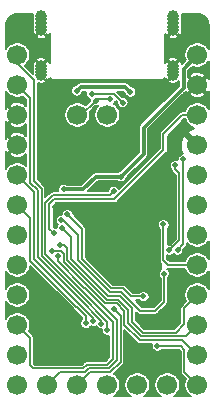
<source format=gbl>
G04 #@! TF.GenerationSoftware,KiCad,Pcbnew,(5.1.6)-1*
G04 #@! TF.CreationDate,2020-10-13T18:08:15+08:00*
G04 #@! TF.ProjectId,Alvaro,416c7661-726f-42e6-9b69-6361645f7063,C*
G04 #@! TF.SameCoordinates,Original*
G04 #@! TF.FileFunction,Copper,L2,Bot*
G04 #@! TF.FilePolarity,Positive*
%FSLAX46Y46*%
G04 Gerber Fmt 4.6, Leading zero omitted, Abs format (unit mm)*
G04 Created by KiCad (PCBNEW (5.1.6)-1) date 2020-10-13 18:08:15*
%MOMM*%
%LPD*%
G01*
G04 APERTURE LIST*
G04 #@! TA.AperFunction,ComponentPad*
%ADD10C,1.000000*%
G04 #@! TD*
G04 #@! TA.AperFunction,ComponentPad*
%ADD11C,1.700000*%
G04 #@! TD*
G04 #@! TA.AperFunction,ViaPad*
%ADD12C,0.500000*%
G04 #@! TD*
G04 #@! TA.AperFunction,Conductor*
%ADD13C,0.310000*%
G04 #@! TD*
G04 #@! TA.AperFunction,Conductor*
%ADD14C,0.160000*%
G04 #@! TD*
G04 #@! TA.AperFunction,Conductor*
%ADD15C,0.254000*%
G04 #@! TD*
G04 APERTURE END LIST*
D10*
X24424400Y-23973200D03*
X24424700Y-24252600D03*
X24424700Y-24557400D03*
X24424700Y-24900300D03*
X24424700Y-25192400D03*
X35575300Y-24570100D03*
X35575300Y-24265300D03*
X35575000Y-23985900D03*
X35575300Y-25205100D03*
X35575300Y-24913000D03*
X35575300Y-28735700D03*
X35575600Y-28219000D03*
X35575600Y-28981000D03*
X35575600Y-28481700D03*
X24425000Y-28481700D03*
X24425000Y-28981000D03*
X24425000Y-28219000D03*
X24424700Y-28735700D03*
D11*
X24920000Y-55240000D03*
X27460000Y-55240000D03*
X30000000Y-55240000D03*
X32540000Y-55240000D03*
X35080000Y-55240000D03*
X22380000Y-27300000D03*
X22380000Y-29840000D03*
X22380000Y-32380000D03*
X22380000Y-34920000D03*
X22380000Y-37460000D03*
X22380000Y-40000000D03*
X22380000Y-42540000D03*
X22380000Y-45080000D03*
X22380000Y-47620000D03*
X22380000Y-50160000D03*
X22380000Y-52700000D03*
X22380000Y-55240000D03*
X37620000Y-55240000D03*
X37620000Y-52700000D03*
X37620000Y-50160000D03*
X37620000Y-47620000D03*
X37620000Y-45080000D03*
X37620000Y-42540000D03*
X37620000Y-40000000D03*
X37620000Y-37460000D03*
X37620000Y-34920000D03*
X37620000Y-32380000D03*
X37620000Y-29840000D03*
X37620000Y-27300000D03*
X30000000Y-32380000D03*
X27460000Y-32380000D03*
D12*
X33075010Y-48460000D03*
X35599993Y-42600000D03*
X32144943Y-38744456D03*
X25584999Y-40150000D03*
X36800000Y-43850000D03*
X24100000Y-51550000D03*
X24100000Y-50450000D03*
X24100000Y-52650000D03*
X27600000Y-34000000D03*
X36000000Y-49150000D03*
X36200000Y-47500000D03*
X23450000Y-46500000D03*
X35900000Y-53300000D03*
X35575000Y-27225000D03*
X35575000Y-26175000D03*
X24425000Y-27225000D03*
X24425000Y-26200000D03*
X32125000Y-52450000D03*
X32900000Y-49925000D03*
X29775000Y-52900000D03*
X29800000Y-51400000D03*
X24125000Y-49300000D03*
X29450000Y-34100000D03*
X34350000Y-29900000D03*
X34000000Y-34600000D03*
X31050000Y-38300000D03*
X32500000Y-34600000D03*
X24900000Y-35950000D03*
X34735854Y-41614146D03*
X26150526Y-41910000D03*
X25968156Y-43369947D03*
X25309999Y-43859999D03*
X34229687Y-51929687D03*
X30541118Y-38841118D03*
X34803589Y-45796411D03*
X26110002Y-41251244D03*
X33050000Y-47710000D03*
X26600002Y-40778701D03*
X28814335Y-49821175D03*
X29488133Y-50042411D03*
X29999970Y-50600000D03*
X35250000Y-43800000D03*
X35750000Y-36617471D03*
X25800000Y-44350000D03*
X30250000Y-31050000D03*
X29000000Y-31150000D03*
X26300000Y-38678306D03*
X24600000Y-32050000D03*
X26000000Y-32050000D03*
X26500000Y-37650000D03*
X25450555Y-42400555D03*
X28182768Y-50012814D03*
X35942965Y-43800000D03*
X36410003Y-36139997D03*
X31174168Y-37590010D03*
X30555889Y-48819111D03*
X28670961Y-30577868D03*
X31303582Y-31318923D03*
X27425000Y-30325000D03*
X31950000Y-30422500D03*
D13*
X32144943Y-38744456D02*
X31254388Y-39635011D01*
X32144943Y-38744456D02*
X33244700Y-37644700D01*
X33244700Y-37644700D02*
X35969399Y-34920000D01*
X34170853Y-41342945D02*
X34170853Y-47717710D01*
X33428563Y-48460000D02*
X33075010Y-48460000D01*
X34464653Y-41049145D02*
X34170853Y-41342945D01*
X35007055Y-41049145D02*
X34464653Y-41049145D01*
X35599993Y-41642083D02*
X35007055Y-41049145D01*
X34170853Y-47717710D02*
X33428563Y-48460000D01*
X35599993Y-42600000D02*
X35599993Y-41642083D01*
X30739399Y-40150000D02*
X32144943Y-38744456D01*
X25584999Y-40150000D02*
X30739399Y-40150000D01*
D14*
X34735854Y-44011056D02*
X34735854Y-41614146D01*
X37620000Y-45080000D02*
X35155000Y-45080000D01*
X34735854Y-44660854D02*
X34735854Y-44011056D01*
X35155000Y-45080000D02*
X34735854Y-44660854D01*
X36500000Y-48740000D02*
X37620000Y-47620000D01*
X30090588Y-47689090D02*
X31056194Y-47689090D01*
X26930019Y-43525695D02*
X26930019Y-44528521D01*
X26930019Y-44528521D02*
X30090588Y-47689090D01*
X32090018Y-48722914D02*
X32090018Y-49884894D01*
X32090018Y-49884894D02*
X33004790Y-50799666D01*
X33004790Y-50799666D02*
X35800334Y-50799666D01*
X35800334Y-50799666D02*
X36500000Y-50100000D01*
X36500000Y-50100000D02*
X36500000Y-48740000D01*
X31056194Y-47689090D02*
X32090018Y-48722914D01*
X26930019Y-42689493D02*
X26150526Y-41910000D01*
X26930019Y-43330019D02*
X26930019Y-42689493D01*
X26930019Y-43525695D02*
X26930019Y-43330019D01*
X26610010Y-43658248D02*
X26321709Y-43369947D01*
X26610011Y-44661075D02*
X26610010Y-43658248D01*
X30923642Y-48009100D02*
X29958036Y-48009100D01*
X29958036Y-48009100D02*
X26610011Y-44661075D01*
X36660324Y-51119676D02*
X32872238Y-51119676D01*
X26321709Y-43369947D02*
X25968156Y-43369947D01*
X32872238Y-51119676D02*
X31770010Y-50017448D01*
X31770009Y-48855467D02*
X30923642Y-48009100D01*
X37620000Y-50160000D02*
X36660324Y-51119676D01*
X31770010Y-50017448D02*
X31770009Y-48855467D01*
X25309999Y-43859999D02*
X25309999Y-43859999D01*
X36359686Y-51439686D02*
X37620000Y-52700000D01*
X32739686Y-51439686D02*
X36359686Y-51439686D01*
X31450000Y-50150000D02*
X32739686Y-51439686D01*
X31450000Y-48988020D02*
X31450000Y-50150000D01*
X30791090Y-48329110D02*
X31450000Y-48988020D01*
X29825484Y-48329110D02*
X30791090Y-48329110D01*
X26290001Y-44793627D02*
X29825484Y-48329110D01*
X26035201Y-43859999D02*
X26290001Y-44114799D01*
X26290001Y-44114799D02*
X26290001Y-44793627D01*
X25309999Y-43859999D02*
X26035201Y-43859999D01*
X34229687Y-51929687D02*
X36229687Y-51929687D01*
X36529999Y-54149999D02*
X37620000Y-55240000D01*
X36529999Y-52229999D02*
X36529999Y-54149999D01*
X36229687Y-51929687D02*
X36529999Y-52229999D01*
X23470001Y-51250001D02*
X22380000Y-50160000D01*
X23729989Y-53829989D02*
X23470001Y-53570001D01*
X27914354Y-47329990D02*
X27921240Y-47329990D01*
X24750040Y-39807195D02*
X24750040Y-44165676D01*
X24750040Y-44165676D02*
X27914354Y-47329990D01*
X28284897Y-53509979D02*
X27964887Y-53829989D01*
X30489970Y-53004906D02*
X29984897Y-53509979D01*
X23470001Y-53570001D02*
X23470001Y-51250001D01*
X27964887Y-53829989D02*
X23729989Y-53829989D01*
X27921240Y-47329990D02*
X30489970Y-49898720D01*
X30489970Y-49898720D02*
X30489970Y-53004906D01*
X29984897Y-53509979D02*
X28284897Y-53509979D01*
X24750040Y-39807195D02*
X25388929Y-39168306D01*
X30213930Y-39168306D02*
X30541118Y-38841118D01*
X25388929Y-39168306D02*
X30213930Y-39168306D01*
X34050000Y-48950000D02*
X32750000Y-48950000D01*
X32750000Y-48930334D02*
X31169666Y-47350000D01*
X31169666Y-47350000D02*
X30204060Y-47350000D01*
X34803589Y-48196411D02*
X34050000Y-48950000D01*
X32750000Y-48950000D02*
X32750000Y-48930334D01*
X34803589Y-45796411D02*
X34803589Y-48196411D01*
X30204060Y-47350000D02*
X27533301Y-44679241D01*
X27533301Y-44679241D02*
X27533301Y-42716699D01*
X27533301Y-42716699D02*
X27533301Y-42567573D01*
X26216972Y-41251244D02*
X26110002Y-41251244D01*
X27533301Y-42567573D02*
X26216972Y-41251244D01*
X33050000Y-47710000D02*
X31982228Y-47710000D01*
X30336612Y-47029990D02*
X27853311Y-44546689D01*
X31982228Y-47710000D02*
X31302218Y-47029990D01*
X31302218Y-47029990D02*
X30336612Y-47029990D01*
X27853311Y-42032010D02*
X26600002Y-40778701D01*
X27853311Y-43296689D02*
X27853311Y-42032010D01*
X27853311Y-44546689D02*
X27853311Y-43296689D01*
X23470002Y-41090002D02*
X23470003Y-44695887D01*
X22380000Y-40000000D02*
X23470002Y-41090002D01*
X23470003Y-44695887D02*
X27384145Y-48610029D01*
X27384145Y-48610029D02*
X27391031Y-48610029D01*
X27391031Y-48610029D02*
X27840501Y-49059499D01*
X28200000Y-49418998D02*
X27840501Y-49059499D01*
X23790012Y-38870012D02*
X22380000Y-37460000D01*
X23790012Y-44563334D02*
X23790012Y-38870012D01*
X27516697Y-48290019D02*
X23790012Y-44563334D01*
X27523583Y-48290019D02*
X27516697Y-48290019D01*
X28814335Y-49580771D02*
X27523583Y-48290019D01*
X28814335Y-49821175D02*
X28814335Y-49580771D01*
X27656137Y-47970011D02*
X27649250Y-47970010D01*
X24110022Y-38737460D02*
X23470002Y-38097440D01*
X23470002Y-38097440D02*
X23470001Y-30930001D01*
X29488133Y-50042411D02*
X29488133Y-49802007D01*
X27649250Y-47970010D02*
X24110022Y-44430782D01*
X23470001Y-30930001D02*
X22380000Y-29840000D01*
X29488133Y-49802007D02*
X27656137Y-47970011D01*
X24110022Y-44430782D02*
X24110022Y-38737460D01*
X29999970Y-50600000D02*
X29999970Y-49861282D01*
X27788689Y-47650001D02*
X27781803Y-47650001D01*
X24430031Y-38604907D02*
X23790010Y-37964886D01*
X27781803Y-47650001D02*
X24430031Y-44298229D01*
X24430031Y-44298229D02*
X24430031Y-38604907D01*
X23790010Y-37964886D02*
X23790010Y-29411542D01*
X23790010Y-29411542D02*
X22380000Y-28001532D01*
X22380000Y-28001532D02*
X22380000Y-27300000D01*
X29999970Y-49861282D02*
X27788689Y-47650001D01*
X35250000Y-43800000D02*
X36089993Y-42960007D01*
X36089993Y-37311017D02*
X36089993Y-42960007D01*
X35750000Y-36617471D02*
X35750000Y-36971024D01*
X35750000Y-36971024D02*
X36089993Y-37311017D01*
X26010001Y-54149999D02*
X24920000Y-55240000D01*
X28086926Y-47050000D02*
X28093812Y-47050000D01*
X28046906Y-47009980D02*
X28086926Y-47050000D01*
X28046906Y-47003094D02*
X28046906Y-47009980D01*
X25800000Y-44756188D02*
X28046906Y-47003094D01*
X28417449Y-53829989D02*
X28097439Y-54149999D01*
X25800000Y-44350000D02*
X25800000Y-44756188D01*
X28093812Y-47050000D02*
X30809980Y-49766168D01*
X30809980Y-49766168D02*
X30809980Y-53137458D01*
X28097439Y-54149999D02*
X26010001Y-54149999D01*
X30809980Y-53137458D02*
X30117449Y-53829989D01*
X30117449Y-53829989D02*
X28417449Y-53829989D01*
X27770000Y-32380000D02*
X27460000Y-32380000D01*
X29000000Y-31150000D02*
X27770000Y-32380000D01*
X29100000Y-31050000D02*
X29000000Y-31150000D01*
X30250000Y-31050000D02*
X29100000Y-31050000D01*
D13*
X26300000Y-38678306D02*
X27971694Y-38678306D01*
D14*
X36320000Y-32380000D02*
X37620000Y-32380000D01*
X34737601Y-35337601D02*
X34737601Y-33962399D01*
X34737601Y-33962399D02*
X36320000Y-32380000D01*
X25094999Y-42044999D02*
X25094999Y-39914798D01*
X25450555Y-42400555D02*
X25094999Y-42044999D01*
X25094999Y-39914798D02*
X25521481Y-39488316D01*
X25521481Y-39488316D02*
X30586886Y-39488316D01*
X30586886Y-39488316D02*
X34737601Y-35337601D01*
X28200000Y-49900000D02*
X28200000Y-49418998D01*
X36410003Y-43332962D02*
X35942965Y-43800000D01*
X36410003Y-43332962D02*
X36410003Y-36139997D01*
D13*
X27971694Y-38678306D02*
X29059990Y-37590010D01*
X29059990Y-37590010D02*
X31174168Y-37590010D01*
X31174168Y-37590010D02*
X33065001Y-35699177D01*
X33065001Y-35699177D02*
X33065001Y-33434999D01*
X37620000Y-27300000D02*
X36450000Y-28470000D01*
X36450000Y-28470000D02*
X36450000Y-30050000D01*
X33065001Y-33434999D02*
X36450000Y-30050000D01*
D14*
X27460000Y-55240000D02*
X28550001Y-54149999D01*
X28550001Y-54149999D02*
X30250001Y-54149999D01*
X30250001Y-54149999D02*
X31129990Y-53270010D01*
X31129990Y-49393212D02*
X30555889Y-48819111D01*
X31129990Y-50745010D02*
X31129990Y-49393212D01*
X31129990Y-50745010D02*
X31129990Y-53270010D01*
X30544658Y-30559999D02*
X31303582Y-31318923D01*
X28670961Y-30577868D02*
X28688830Y-30559999D01*
X28688830Y-30559999D02*
X30544658Y-30559999D01*
D13*
X27750001Y-29999999D02*
X27425000Y-30325000D01*
X31527499Y-29999999D02*
X31950000Y-30422500D01*
X27750001Y-29999999D02*
X31527499Y-29999999D01*
D14*
G36*
X32502300Y-51654849D02*
G01*
X32512317Y-51667055D01*
X32524522Y-51677071D01*
X32524525Y-51677074D01*
X32561042Y-51707043D01*
X32599771Y-51727744D01*
X32616635Y-51736758D01*
X32676955Y-51755056D01*
X32723968Y-51759686D01*
X32723972Y-51759686D01*
X32739685Y-51761234D01*
X32755398Y-51759686D01*
X33769731Y-51759686D01*
X33758517Y-51786759D01*
X33739687Y-51881426D01*
X33739687Y-51977948D01*
X33758517Y-52072615D01*
X33795455Y-52161789D01*
X33849079Y-52242044D01*
X33917330Y-52310295D01*
X33997585Y-52363919D01*
X34086759Y-52400857D01*
X34181426Y-52419687D01*
X34277948Y-52419687D01*
X34372615Y-52400857D01*
X34461789Y-52363919D01*
X34542044Y-52310295D01*
X34602652Y-52249687D01*
X36097139Y-52249687D01*
X36209999Y-52362547D01*
X36210000Y-54134276D01*
X36208451Y-54149999D01*
X36211453Y-54180475D01*
X36214630Y-54212730D01*
X36232928Y-54273050D01*
X36262642Y-54328641D01*
X36287965Y-54359497D01*
X36302631Y-54377368D01*
X36314840Y-54387387D01*
X36653202Y-54725750D01*
X36571888Y-54922059D01*
X36530000Y-55132644D01*
X36530000Y-55347356D01*
X36571888Y-55557941D01*
X36654055Y-55756309D01*
X36773342Y-55934834D01*
X36925166Y-56086658D01*
X37087311Y-56195000D01*
X35612689Y-56195000D01*
X35774834Y-56086658D01*
X35926658Y-55934834D01*
X36045945Y-55756309D01*
X36128112Y-55557941D01*
X36170000Y-55347356D01*
X36170000Y-55132644D01*
X36128112Y-54922059D01*
X36045945Y-54723691D01*
X35926658Y-54545166D01*
X35774834Y-54393342D01*
X35596309Y-54274055D01*
X35397941Y-54191888D01*
X35187356Y-54150000D01*
X34972644Y-54150000D01*
X34762059Y-54191888D01*
X34563691Y-54274055D01*
X34385166Y-54393342D01*
X34233342Y-54545166D01*
X34114055Y-54723691D01*
X34031888Y-54922059D01*
X33990000Y-55132644D01*
X33990000Y-55347356D01*
X34031888Y-55557941D01*
X34114055Y-55756309D01*
X34233342Y-55934834D01*
X34385166Y-56086658D01*
X34547311Y-56195000D01*
X33072689Y-56195000D01*
X33234834Y-56086658D01*
X33386658Y-55934834D01*
X33505945Y-55756309D01*
X33588112Y-55557941D01*
X33630000Y-55347356D01*
X33630000Y-55132644D01*
X33588112Y-54922059D01*
X33505945Y-54723691D01*
X33386658Y-54545166D01*
X33234834Y-54393342D01*
X33056309Y-54274055D01*
X32857941Y-54191888D01*
X32647356Y-54150000D01*
X32432644Y-54150000D01*
X32222059Y-54191888D01*
X32023691Y-54274055D01*
X31845166Y-54393342D01*
X31693342Y-54545166D01*
X31574055Y-54723691D01*
X31491888Y-54922059D01*
X31450000Y-55132644D01*
X31450000Y-55347356D01*
X31491888Y-55557941D01*
X31574055Y-55756309D01*
X31693342Y-55934834D01*
X31845166Y-56086658D01*
X32007311Y-56195000D01*
X30532689Y-56195000D01*
X30694834Y-56086658D01*
X30846658Y-55934834D01*
X30965945Y-55756309D01*
X31048112Y-55557941D01*
X31090000Y-55347356D01*
X31090000Y-55132644D01*
X31048112Y-54922059D01*
X30965945Y-54723691D01*
X30846658Y-54545166D01*
X30694834Y-54393342D01*
X30553585Y-54298962D01*
X31345153Y-53507396D01*
X31357359Y-53497379D01*
X31367378Y-53485171D01*
X31397347Y-53448654D01*
X31427061Y-53393062D01*
X31427062Y-53393061D01*
X31445360Y-53332741D01*
X31449990Y-53285728D01*
X31449990Y-53285724D01*
X31451538Y-53270011D01*
X31449990Y-53254298D01*
X31449990Y-50602537D01*
X32502300Y-51654849D01*
G37*
X32502300Y-51654849D02*
X32512317Y-51667055D01*
X32524522Y-51677071D01*
X32524525Y-51677074D01*
X32561042Y-51707043D01*
X32599771Y-51727744D01*
X32616635Y-51736758D01*
X32676955Y-51755056D01*
X32723968Y-51759686D01*
X32723972Y-51759686D01*
X32739685Y-51761234D01*
X32755398Y-51759686D01*
X33769731Y-51759686D01*
X33758517Y-51786759D01*
X33739687Y-51881426D01*
X33739687Y-51977948D01*
X33758517Y-52072615D01*
X33795455Y-52161789D01*
X33849079Y-52242044D01*
X33917330Y-52310295D01*
X33997585Y-52363919D01*
X34086759Y-52400857D01*
X34181426Y-52419687D01*
X34277948Y-52419687D01*
X34372615Y-52400857D01*
X34461789Y-52363919D01*
X34542044Y-52310295D01*
X34602652Y-52249687D01*
X36097139Y-52249687D01*
X36209999Y-52362547D01*
X36210000Y-54134276D01*
X36208451Y-54149999D01*
X36211453Y-54180475D01*
X36214630Y-54212730D01*
X36232928Y-54273050D01*
X36262642Y-54328641D01*
X36287965Y-54359497D01*
X36302631Y-54377368D01*
X36314840Y-54387387D01*
X36653202Y-54725750D01*
X36571888Y-54922059D01*
X36530000Y-55132644D01*
X36530000Y-55347356D01*
X36571888Y-55557941D01*
X36654055Y-55756309D01*
X36773342Y-55934834D01*
X36925166Y-56086658D01*
X37087311Y-56195000D01*
X35612689Y-56195000D01*
X35774834Y-56086658D01*
X35926658Y-55934834D01*
X36045945Y-55756309D01*
X36128112Y-55557941D01*
X36170000Y-55347356D01*
X36170000Y-55132644D01*
X36128112Y-54922059D01*
X36045945Y-54723691D01*
X35926658Y-54545166D01*
X35774834Y-54393342D01*
X35596309Y-54274055D01*
X35397941Y-54191888D01*
X35187356Y-54150000D01*
X34972644Y-54150000D01*
X34762059Y-54191888D01*
X34563691Y-54274055D01*
X34385166Y-54393342D01*
X34233342Y-54545166D01*
X34114055Y-54723691D01*
X34031888Y-54922059D01*
X33990000Y-55132644D01*
X33990000Y-55347356D01*
X34031888Y-55557941D01*
X34114055Y-55756309D01*
X34233342Y-55934834D01*
X34385166Y-56086658D01*
X34547311Y-56195000D01*
X33072689Y-56195000D01*
X33234834Y-56086658D01*
X33386658Y-55934834D01*
X33505945Y-55756309D01*
X33588112Y-55557941D01*
X33630000Y-55347356D01*
X33630000Y-55132644D01*
X33588112Y-54922059D01*
X33505945Y-54723691D01*
X33386658Y-54545166D01*
X33234834Y-54393342D01*
X33056309Y-54274055D01*
X32857941Y-54191888D01*
X32647356Y-54150000D01*
X32432644Y-54150000D01*
X32222059Y-54191888D01*
X32023691Y-54274055D01*
X31845166Y-54393342D01*
X31693342Y-54545166D01*
X31574055Y-54723691D01*
X31491888Y-54922059D01*
X31450000Y-55132644D01*
X31450000Y-55347356D01*
X31491888Y-55557941D01*
X31574055Y-55756309D01*
X31693342Y-55934834D01*
X31845166Y-56086658D01*
X32007311Y-56195000D01*
X30532689Y-56195000D01*
X30694834Y-56086658D01*
X30846658Y-55934834D01*
X30965945Y-55756309D01*
X31048112Y-55557941D01*
X31090000Y-55347356D01*
X31090000Y-55132644D01*
X31048112Y-54922059D01*
X30965945Y-54723691D01*
X30846658Y-54545166D01*
X30694834Y-54393342D01*
X30553585Y-54298962D01*
X31345153Y-53507396D01*
X31357359Y-53497379D01*
X31367378Y-53485171D01*
X31397347Y-53448654D01*
X31427061Y-53393062D01*
X31427062Y-53393061D01*
X31445360Y-53332741D01*
X31449990Y-53285728D01*
X31449990Y-53285724D01*
X31451538Y-53270011D01*
X31449990Y-53254298D01*
X31449990Y-50602537D01*
X32502300Y-51654849D01*
G36*
X27146755Y-48825187D02*
G01*
X27156776Y-48837398D01*
X27168985Y-48847417D01*
X27205502Y-48877386D01*
X27206230Y-48877775D01*
X27625341Y-49296887D01*
X27625346Y-49296891D01*
X27880001Y-49551547D01*
X27880001Y-49625799D01*
X27870411Y-49632206D01*
X27802160Y-49700457D01*
X27748536Y-49780712D01*
X27711598Y-49869886D01*
X27692768Y-49964553D01*
X27692768Y-50061075D01*
X27711598Y-50155742D01*
X27748536Y-50244916D01*
X27802160Y-50325171D01*
X27870411Y-50393422D01*
X27950666Y-50447046D01*
X28039840Y-50483984D01*
X28134507Y-50502814D01*
X28231029Y-50502814D01*
X28325696Y-50483984D01*
X28414870Y-50447046D01*
X28495125Y-50393422D01*
X28563376Y-50325171D01*
X28603973Y-50264412D01*
X28671407Y-50292345D01*
X28766074Y-50311175D01*
X28862596Y-50311175D01*
X28957263Y-50292345D01*
X29046053Y-50255566D01*
X29053901Y-50274513D01*
X29107525Y-50354768D01*
X29175776Y-50423019D01*
X29256031Y-50476643D01*
X29345205Y-50513581D01*
X29439872Y-50532411D01*
X29513814Y-50532411D01*
X29509970Y-50551739D01*
X29509970Y-50648261D01*
X29528800Y-50742928D01*
X29565738Y-50832102D01*
X29619362Y-50912357D01*
X29687613Y-50980608D01*
X29767868Y-51034232D01*
X29857042Y-51071170D01*
X29951709Y-51090000D01*
X30048231Y-51090000D01*
X30142898Y-51071170D01*
X30169970Y-51059956D01*
X30169971Y-52872357D01*
X29852350Y-53189979D01*
X28300602Y-53189979D01*
X28284896Y-53188432D01*
X28269190Y-53189979D01*
X28269179Y-53189979D01*
X28222166Y-53194609D01*
X28161846Y-53212907D01*
X28155482Y-53216309D01*
X28106253Y-53242622D01*
X28069736Y-53272591D01*
X28069733Y-53272594D01*
X28057528Y-53282610D01*
X28047511Y-53294816D01*
X27832339Y-53509989D01*
X23862537Y-53509989D01*
X23790001Y-53437454D01*
X23790001Y-51265713D01*
X23791549Y-51250000D01*
X23790001Y-51234283D01*
X23785371Y-51187270D01*
X23767073Y-51126950D01*
X23747322Y-51090000D01*
X23737358Y-51071358D01*
X23707389Y-51034840D01*
X23707386Y-51034837D01*
X23697370Y-51022632D01*
X23685164Y-51012615D01*
X23346798Y-50674250D01*
X23428112Y-50477941D01*
X23470000Y-50267356D01*
X23470000Y-50052644D01*
X23428112Y-49842059D01*
X23345945Y-49643691D01*
X23226658Y-49465166D01*
X23074834Y-49313342D01*
X22896309Y-49194055D01*
X22697941Y-49111888D01*
X22487356Y-49070000D01*
X22272644Y-49070000D01*
X22062059Y-49111888D01*
X21863691Y-49194055D01*
X21685166Y-49313342D01*
X21533342Y-49465166D01*
X21425000Y-49627311D01*
X21425000Y-48152689D01*
X21533342Y-48314834D01*
X21685166Y-48466658D01*
X21863691Y-48585945D01*
X22062059Y-48668112D01*
X22272644Y-48710000D01*
X22487356Y-48710000D01*
X22697941Y-48668112D01*
X22896309Y-48585945D01*
X23074834Y-48466658D01*
X23226658Y-48314834D01*
X23345945Y-48136309D01*
X23428112Y-47937941D01*
X23470000Y-47727356D01*
X23470000Y-47512644D01*
X23428112Y-47302059D01*
X23345945Y-47103691D01*
X23226658Y-46925166D01*
X23074834Y-46773342D01*
X22896309Y-46654055D01*
X22697941Y-46571888D01*
X22487356Y-46530000D01*
X22272644Y-46530000D01*
X22062059Y-46571888D01*
X21863691Y-46654055D01*
X21685166Y-46773342D01*
X21533342Y-46925166D01*
X21425000Y-47087311D01*
X21425000Y-45612689D01*
X21533342Y-45774834D01*
X21685166Y-45926658D01*
X21863691Y-46045945D01*
X22062059Y-46128112D01*
X22272644Y-46170000D01*
X22487356Y-46170000D01*
X22697941Y-46128112D01*
X22896309Y-46045945D01*
X23074834Y-45926658D01*
X23226658Y-45774834D01*
X23345945Y-45596309D01*
X23428112Y-45397941D01*
X23470000Y-45187356D01*
X23470000Y-45148431D01*
X27146755Y-48825187D01*
G37*
X27146755Y-48825187D02*
X27156776Y-48837398D01*
X27168985Y-48847417D01*
X27205502Y-48877386D01*
X27206230Y-48877775D01*
X27625341Y-49296887D01*
X27625346Y-49296891D01*
X27880001Y-49551547D01*
X27880001Y-49625799D01*
X27870411Y-49632206D01*
X27802160Y-49700457D01*
X27748536Y-49780712D01*
X27711598Y-49869886D01*
X27692768Y-49964553D01*
X27692768Y-50061075D01*
X27711598Y-50155742D01*
X27748536Y-50244916D01*
X27802160Y-50325171D01*
X27870411Y-50393422D01*
X27950666Y-50447046D01*
X28039840Y-50483984D01*
X28134507Y-50502814D01*
X28231029Y-50502814D01*
X28325696Y-50483984D01*
X28414870Y-50447046D01*
X28495125Y-50393422D01*
X28563376Y-50325171D01*
X28603973Y-50264412D01*
X28671407Y-50292345D01*
X28766074Y-50311175D01*
X28862596Y-50311175D01*
X28957263Y-50292345D01*
X29046053Y-50255566D01*
X29053901Y-50274513D01*
X29107525Y-50354768D01*
X29175776Y-50423019D01*
X29256031Y-50476643D01*
X29345205Y-50513581D01*
X29439872Y-50532411D01*
X29513814Y-50532411D01*
X29509970Y-50551739D01*
X29509970Y-50648261D01*
X29528800Y-50742928D01*
X29565738Y-50832102D01*
X29619362Y-50912357D01*
X29687613Y-50980608D01*
X29767868Y-51034232D01*
X29857042Y-51071170D01*
X29951709Y-51090000D01*
X30048231Y-51090000D01*
X30142898Y-51071170D01*
X30169970Y-51059956D01*
X30169971Y-52872357D01*
X29852350Y-53189979D01*
X28300602Y-53189979D01*
X28284896Y-53188432D01*
X28269190Y-53189979D01*
X28269179Y-53189979D01*
X28222166Y-53194609D01*
X28161846Y-53212907D01*
X28155482Y-53216309D01*
X28106253Y-53242622D01*
X28069736Y-53272591D01*
X28069733Y-53272594D01*
X28057528Y-53282610D01*
X28047511Y-53294816D01*
X27832339Y-53509989D01*
X23862537Y-53509989D01*
X23790001Y-53437454D01*
X23790001Y-51265713D01*
X23791549Y-51250000D01*
X23790001Y-51234283D01*
X23785371Y-51187270D01*
X23767073Y-51126950D01*
X23747322Y-51090000D01*
X23737358Y-51071358D01*
X23707389Y-51034840D01*
X23707386Y-51034837D01*
X23697370Y-51022632D01*
X23685164Y-51012615D01*
X23346798Y-50674250D01*
X23428112Y-50477941D01*
X23470000Y-50267356D01*
X23470000Y-50052644D01*
X23428112Y-49842059D01*
X23345945Y-49643691D01*
X23226658Y-49465166D01*
X23074834Y-49313342D01*
X22896309Y-49194055D01*
X22697941Y-49111888D01*
X22487356Y-49070000D01*
X22272644Y-49070000D01*
X22062059Y-49111888D01*
X21863691Y-49194055D01*
X21685166Y-49313342D01*
X21533342Y-49465166D01*
X21425000Y-49627311D01*
X21425000Y-48152689D01*
X21533342Y-48314834D01*
X21685166Y-48466658D01*
X21863691Y-48585945D01*
X22062059Y-48668112D01*
X22272644Y-48710000D01*
X22487356Y-48710000D01*
X22697941Y-48668112D01*
X22896309Y-48585945D01*
X23074834Y-48466658D01*
X23226658Y-48314834D01*
X23345945Y-48136309D01*
X23428112Y-47937941D01*
X23470000Y-47727356D01*
X23470000Y-47512644D01*
X23428112Y-47302059D01*
X23345945Y-47103691D01*
X23226658Y-46925166D01*
X23074834Y-46773342D01*
X22896309Y-46654055D01*
X22697941Y-46571888D01*
X22487356Y-46530000D01*
X22272644Y-46530000D01*
X22062059Y-46571888D01*
X21863691Y-46654055D01*
X21685166Y-46773342D01*
X21533342Y-46925166D01*
X21425000Y-47087311D01*
X21425000Y-45612689D01*
X21533342Y-45774834D01*
X21685166Y-45926658D01*
X21863691Y-46045945D01*
X22062059Y-46128112D01*
X22272644Y-46170000D01*
X22487356Y-46170000D01*
X22697941Y-46128112D01*
X22896309Y-46045945D01*
X23074834Y-45926658D01*
X23226658Y-45774834D01*
X23345945Y-45596309D01*
X23428112Y-45397941D01*
X23470000Y-45187356D01*
X23470000Y-45148431D01*
X27146755Y-48825187D01*
G36*
X35092269Y-45395370D02*
G01*
X35139282Y-45400000D01*
X35139287Y-45400000D01*
X35155000Y-45401548D01*
X35170713Y-45400000D01*
X36572741Y-45400000D01*
X36654055Y-45596309D01*
X36773342Y-45774834D01*
X36925166Y-45926658D01*
X37103691Y-46045945D01*
X37302059Y-46128112D01*
X37512644Y-46170000D01*
X37727356Y-46170000D01*
X37937941Y-46128112D01*
X38136309Y-46045945D01*
X38314834Y-45926658D01*
X38466658Y-45774834D01*
X38575000Y-45612689D01*
X38575000Y-47087311D01*
X38466658Y-46925166D01*
X38314834Y-46773342D01*
X38136309Y-46654055D01*
X37937941Y-46571888D01*
X37727356Y-46530000D01*
X37512644Y-46530000D01*
X37302059Y-46571888D01*
X37103691Y-46654055D01*
X36925166Y-46773342D01*
X36773342Y-46925166D01*
X36654055Y-47103691D01*
X36571888Y-47302059D01*
X36530000Y-47512644D01*
X36530000Y-47727356D01*
X36571888Y-47937941D01*
X36653202Y-48134250D01*
X36284843Y-48502610D01*
X36272632Y-48512631D01*
X36262612Y-48524841D01*
X36232643Y-48561358D01*
X36209109Y-48605387D01*
X36202929Y-48616949D01*
X36184631Y-48677269D01*
X36181684Y-48707196D01*
X36178452Y-48740000D01*
X36180001Y-48755723D01*
X36180000Y-49967452D01*
X35667787Y-50479666D01*
X33137338Y-50479666D01*
X32410018Y-49752347D01*
X32410018Y-49042900D01*
X32467580Y-49100462D01*
X32482643Y-49128642D01*
X32513172Y-49165843D01*
X32522631Y-49177369D01*
X32571358Y-49217357D01*
X32626949Y-49247072D01*
X32687269Y-49265370D01*
X32750000Y-49271548D01*
X32765718Y-49270000D01*
X34034287Y-49270000D01*
X34050000Y-49271548D01*
X34065713Y-49270000D01*
X34065718Y-49270000D01*
X34112731Y-49265370D01*
X34173051Y-49247072D01*
X34228642Y-49217357D01*
X34277369Y-49177369D01*
X34287394Y-49165153D01*
X35018747Y-48433801D01*
X35030958Y-48423780D01*
X35057170Y-48391840D01*
X35070946Y-48375054D01*
X35088255Y-48342672D01*
X35100661Y-48319462D01*
X35118959Y-48259142D01*
X35123589Y-48212129D01*
X35123589Y-48212127D01*
X35125137Y-48196411D01*
X35123589Y-48180695D01*
X35123589Y-46169376D01*
X35184197Y-46108768D01*
X35237821Y-46028513D01*
X35274759Y-45939339D01*
X35293589Y-45844672D01*
X35293589Y-45748150D01*
X35274759Y-45653483D01*
X35237821Y-45564309D01*
X35184197Y-45484054D01*
X35115946Y-45415803D01*
X35079625Y-45391535D01*
X35092269Y-45395370D01*
G37*
X35092269Y-45395370D02*
X35139282Y-45400000D01*
X35139287Y-45400000D01*
X35155000Y-45401548D01*
X35170713Y-45400000D01*
X36572741Y-45400000D01*
X36654055Y-45596309D01*
X36773342Y-45774834D01*
X36925166Y-45926658D01*
X37103691Y-46045945D01*
X37302059Y-46128112D01*
X37512644Y-46170000D01*
X37727356Y-46170000D01*
X37937941Y-46128112D01*
X38136309Y-46045945D01*
X38314834Y-45926658D01*
X38466658Y-45774834D01*
X38575000Y-45612689D01*
X38575000Y-47087311D01*
X38466658Y-46925166D01*
X38314834Y-46773342D01*
X38136309Y-46654055D01*
X37937941Y-46571888D01*
X37727356Y-46530000D01*
X37512644Y-46530000D01*
X37302059Y-46571888D01*
X37103691Y-46654055D01*
X36925166Y-46773342D01*
X36773342Y-46925166D01*
X36654055Y-47103691D01*
X36571888Y-47302059D01*
X36530000Y-47512644D01*
X36530000Y-47727356D01*
X36571888Y-47937941D01*
X36653202Y-48134250D01*
X36284843Y-48502610D01*
X36272632Y-48512631D01*
X36262612Y-48524841D01*
X36232643Y-48561358D01*
X36209109Y-48605387D01*
X36202929Y-48616949D01*
X36184631Y-48677269D01*
X36181684Y-48707196D01*
X36178452Y-48740000D01*
X36180001Y-48755723D01*
X36180000Y-49967452D01*
X35667787Y-50479666D01*
X33137338Y-50479666D01*
X32410018Y-49752347D01*
X32410018Y-49042900D01*
X32467580Y-49100462D01*
X32482643Y-49128642D01*
X32513172Y-49165843D01*
X32522631Y-49177369D01*
X32571358Y-49217357D01*
X32626949Y-49247072D01*
X32687269Y-49265370D01*
X32750000Y-49271548D01*
X32765718Y-49270000D01*
X34034287Y-49270000D01*
X34050000Y-49271548D01*
X34065713Y-49270000D01*
X34065718Y-49270000D01*
X34112731Y-49265370D01*
X34173051Y-49247072D01*
X34228642Y-49217357D01*
X34277369Y-49177369D01*
X34287394Y-49165153D01*
X35018747Y-48433801D01*
X35030958Y-48423780D01*
X35057170Y-48391840D01*
X35070946Y-48375054D01*
X35088255Y-48342672D01*
X35100661Y-48319462D01*
X35118959Y-48259142D01*
X35123589Y-48212129D01*
X35123589Y-48212127D01*
X35125137Y-48196411D01*
X35123589Y-48180695D01*
X35123589Y-46169376D01*
X35184197Y-46108768D01*
X35237821Y-46028513D01*
X35274759Y-45939339D01*
X35293589Y-45844672D01*
X35293589Y-45748150D01*
X35274759Y-45653483D01*
X35237821Y-45564309D01*
X35184197Y-45484054D01*
X35115946Y-45415803D01*
X35079625Y-45391535D01*
X35092269Y-45395370D01*
G36*
X38575000Y-44547311D02*
G01*
X38466658Y-44385166D01*
X38314834Y-44233342D01*
X38136309Y-44114055D01*
X37937941Y-44031888D01*
X37727356Y-43990000D01*
X37512644Y-43990000D01*
X37302059Y-44031888D01*
X37103691Y-44114055D01*
X36925166Y-44233342D01*
X36773342Y-44385166D01*
X36654055Y-44563691D01*
X36572741Y-44760000D01*
X35287548Y-44760000D01*
X35055854Y-44528307D01*
X35055854Y-44249954D01*
X35107072Y-44271170D01*
X35201739Y-44290000D01*
X35298261Y-44290000D01*
X35392928Y-44271170D01*
X35482102Y-44234232D01*
X35562357Y-44180608D01*
X35596483Y-44146483D01*
X35630608Y-44180608D01*
X35710863Y-44234232D01*
X35800037Y-44271170D01*
X35894704Y-44290000D01*
X35991226Y-44290000D01*
X36085893Y-44271170D01*
X36175067Y-44234232D01*
X36255322Y-44180608D01*
X36323573Y-44112357D01*
X36377197Y-44032102D01*
X36414135Y-43942928D01*
X36432965Y-43848261D01*
X36432965Y-43762548D01*
X36625167Y-43570347D01*
X36637372Y-43560331D01*
X36647391Y-43548123D01*
X36677360Y-43511606D01*
X36707074Y-43456014D01*
X36707075Y-43456013D01*
X36725373Y-43395693D01*
X36730003Y-43348680D01*
X36730003Y-43348669D01*
X36731550Y-43332963D01*
X36730003Y-43317257D01*
X36730003Y-43169973D01*
X36773342Y-43234834D01*
X36925166Y-43386658D01*
X37103691Y-43505945D01*
X37302059Y-43588112D01*
X37512644Y-43630000D01*
X37727356Y-43630000D01*
X37937941Y-43588112D01*
X38136309Y-43505945D01*
X38314834Y-43386658D01*
X38466658Y-43234834D01*
X38575000Y-43072689D01*
X38575000Y-44547311D01*
G37*
X38575000Y-44547311D02*
X38466658Y-44385166D01*
X38314834Y-44233342D01*
X38136309Y-44114055D01*
X37937941Y-44031888D01*
X37727356Y-43990000D01*
X37512644Y-43990000D01*
X37302059Y-44031888D01*
X37103691Y-44114055D01*
X36925166Y-44233342D01*
X36773342Y-44385166D01*
X36654055Y-44563691D01*
X36572741Y-44760000D01*
X35287548Y-44760000D01*
X35055854Y-44528307D01*
X35055854Y-44249954D01*
X35107072Y-44271170D01*
X35201739Y-44290000D01*
X35298261Y-44290000D01*
X35392928Y-44271170D01*
X35482102Y-44234232D01*
X35562357Y-44180608D01*
X35596483Y-44146483D01*
X35630608Y-44180608D01*
X35710863Y-44234232D01*
X35800037Y-44271170D01*
X35894704Y-44290000D01*
X35991226Y-44290000D01*
X36085893Y-44271170D01*
X36175067Y-44234232D01*
X36255322Y-44180608D01*
X36323573Y-44112357D01*
X36377197Y-44032102D01*
X36414135Y-43942928D01*
X36432965Y-43848261D01*
X36432965Y-43762548D01*
X36625167Y-43570347D01*
X36637372Y-43560331D01*
X36647391Y-43548123D01*
X36677360Y-43511606D01*
X36707074Y-43456014D01*
X36707075Y-43456013D01*
X36725373Y-43395693D01*
X36730003Y-43348680D01*
X36730003Y-43348669D01*
X36731550Y-43332963D01*
X36730003Y-43317257D01*
X36730003Y-43169973D01*
X36773342Y-43234834D01*
X36925166Y-43386658D01*
X37103691Y-43505945D01*
X37302059Y-43588112D01*
X37512644Y-43630000D01*
X37727356Y-43630000D01*
X37937941Y-43588112D01*
X38136309Y-43505945D01*
X38314834Y-43386658D01*
X38466658Y-43234834D01*
X38575000Y-43072689D01*
X38575000Y-44547311D01*
G36*
X34909717Y-29311928D02*
G01*
X34930499Y-29350808D01*
X35038988Y-29404475D01*
X35158221Y-29285242D01*
X35205492Y-29380801D01*
X35263064Y-29406673D01*
X35152125Y-29517612D01*
X35205792Y-29626101D01*
X35338751Y-29685852D01*
X35480812Y-29718515D01*
X35626515Y-29722836D01*
X35770262Y-29698649D01*
X35906528Y-29646883D01*
X35945408Y-29626101D01*
X35999074Y-29517614D01*
X36044547Y-29563087D01*
X36055001Y-29552633D01*
X36055001Y-29886385D01*
X32799413Y-33141974D01*
X32784344Y-33154341D01*
X32734983Y-33214487D01*
X32698304Y-33283108D01*
X32675717Y-33357566D01*
X32668091Y-33434999D01*
X32670002Y-33454403D01*
X32670001Y-35535563D01*
X31100502Y-37105063D01*
X31031240Y-37118840D01*
X30942066Y-37155778D01*
X30883350Y-37195010D01*
X29079384Y-37195010D01*
X29059990Y-37193100D01*
X29040596Y-37195010D01*
X29040589Y-37195010D01*
X28989846Y-37200008D01*
X28982556Y-37200726D01*
X28959970Y-37207578D01*
X28908099Y-37223312D01*
X28839478Y-37259991D01*
X28779332Y-37309352D01*
X28766965Y-37324421D01*
X27808081Y-38283306D01*
X26590818Y-38283306D01*
X26532102Y-38244074D01*
X26442928Y-38207136D01*
X26348261Y-38188306D01*
X26251739Y-38188306D01*
X26157072Y-38207136D01*
X26067898Y-38244074D01*
X25987643Y-38297698D01*
X25919392Y-38365949D01*
X25865768Y-38446204D01*
X25828830Y-38535378D01*
X25810000Y-38630045D01*
X25810000Y-38726567D01*
X25828830Y-38821234D01*
X25840044Y-38848306D01*
X25404634Y-38848306D01*
X25388928Y-38846759D01*
X25373222Y-38848306D01*
X25373211Y-38848306D01*
X25326198Y-38852936D01*
X25265878Y-38871234D01*
X25249014Y-38880248D01*
X25210285Y-38900949D01*
X25173768Y-38930918D01*
X25173765Y-38930921D01*
X25161560Y-38940937D01*
X25151543Y-38953143D01*
X24750031Y-39354656D01*
X24750031Y-38620619D01*
X24751579Y-38604906D01*
X24750031Y-38589189D01*
X24745401Y-38542176D01*
X24727103Y-38481856D01*
X24718089Y-38464992D01*
X24697388Y-38426263D01*
X24667419Y-38389746D01*
X24667416Y-38389743D01*
X24657400Y-38377538D01*
X24645194Y-38367521D01*
X24110010Y-37832339D01*
X24110010Y-32272644D01*
X26370000Y-32272644D01*
X26370000Y-32487356D01*
X26411888Y-32697941D01*
X26494055Y-32896309D01*
X26613342Y-33074834D01*
X26765166Y-33226658D01*
X26943691Y-33345945D01*
X27142059Y-33428112D01*
X27352644Y-33470000D01*
X27567356Y-33470000D01*
X27777941Y-33428112D01*
X27976309Y-33345945D01*
X28154834Y-33226658D01*
X28306658Y-33074834D01*
X28425945Y-32896309D01*
X28508112Y-32697941D01*
X28550000Y-32487356D01*
X28550000Y-32272644D01*
X28513484Y-32089064D01*
X28962548Y-31640000D01*
X29048261Y-31640000D01*
X29142928Y-31621170D01*
X29232102Y-31584232D01*
X29298925Y-31539583D01*
X29153342Y-31685166D01*
X29034055Y-31863691D01*
X28951888Y-32062059D01*
X28910000Y-32272644D01*
X28910000Y-32487356D01*
X28951888Y-32697941D01*
X29034055Y-32896309D01*
X29153342Y-33074834D01*
X29305166Y-33226658D01*
X29483691Y-33345945D01*
X29682059Y-33428112D01*
X29892644Y-33470000D01*
X30107356Y-33470000D01*
X30317941Y-33428112D01*
X30516309Y-33345945D01*
X30694834Y-33226658D01*
X30846658Y-33074834D01*
X30965945Y-32896309D01*
X31048112Y-32697941D01*
X31090000Y-32487356D01*
X31090000Y-32272644D01*
X31048112Y-32062059D01*
X30965945Y-31863691D01*
X30846658Y-31685166D01*
X30694834Y-31533342D01*
X30551720Y-31437716D01*
X30562357Y-31430608D01*
X30630608Y-31362357D01*
X30684232Y-31282102D01*
X30721170Y-31192928D01*
X30721812Y-31189701D01*
X30813582Y-31281471D01*
X30813582Y-31367184D01*
X30832412Y-31461851D01*
X30869350Y-31551025D01*
X30922974Y-31631280D01*
X30991225Y-31699531D01*
X31071480Y-31753155D01*
X31160654Y-31790093D01*
X31255321Y-31808923D01*
X31351843Y-31808923D01*
X31446510Y-31790093D01*
X31535684Y-31753155D01*
X31615939Y-31699531D01*
X31684190Y-31631280D01*
X31737814Y-31551025D01*
X31774752Y-31461851D01*
X31793582Y-31367184D01*
X31793582Y-31270662D01*
X31774752Y-31175995D01*
X31737814Y-31086821D01*
X31684190Y-31006566D01*
X31615939Y-30938315D01*
X31535684Y-30884691D01*
X31446510Y-30847753D01*
X31351843Y-30828923D01*
X31266130Y-30828923D01*
X30832205Y-30394999D01*
X31363885Y-30394999D01*
X31465054Y-30496168D01*
X31478830Y-30565428D01*
X31515768Y-30654602D01*
X31569392Y-30734857D01*
X31637643Y-30803108D01*
X31717898Y-30856732D01*
X31807072Y-30893670D01*
X31901739Y-30912500D01*
X31998261Y-30912500D01*
X32092928Y-30893670D01*
X32182102Y-30856732D01*
X32262357Y-30803108D01*
X32330608Y-30734857D01*
X32384232Y-30654602D01*
X32421170Y-30565428D01*
X32440000Y-30470761D01*
X32440000Y-30374239D01*
X32421170Y-30279572D01*
X32384232Y-30190398D01*
X32330608Y-30110143D01*
X32262357Y-30041892D01*
X32182102Y-29988268D01*
X32092928Y-29951330D01*
X32023668Y-29937554D01*
X31820528Y-29734414D01*
X31808157Y-29719341D01*
X31748011Y-29669980D01*
X31679390Y-29633301D01*
X31604932Y-29610715D01*
X31546900Y-29604999D01*
X31546893Y-29604999D01*
X31527499Y-29603089D01*
X31508105Y-29604999D01*
X27769395Y-29604999D01*
X27750001Y-29603089D01*
X27730607Y-29604999D01*
X27730600Y-29604999D01*
X27679857Y-29609997D01*
X27672567Y-29610715D01*
X27666248Y-29612632D01*
X27598110Y-29633301D01*
X27529489Y-29669980D01*
X27469343Y-29719341D01*
X27456976Y-29734410D01*
X27351333Y-29840053D01*
X27282072Y-29853830D01*
X27192898Y-29890768D01*
X27112643Y-29944392D01*
X27044392Y-30012643D01*
X26990768Y-30092898D01*
X26953830Y-30182072D01*
X26935000Y-30276739D01*
X26935000Y-30373261D01*
X26953830Y-30467928D01*
X26990768Y-30557102D01*
X27044392Y-30637357D01*
X27112643Y-30705608D01*
X27192898Y-30759232D01*
X27282072Y-30796170D01*
X27376739Y-30815000D01*
X27473261Y-30815000D01*
X27567928Y-30796170D01*
X27657102Y-30759232D01*
X27737357Y-30705608D01*
X27805608Y-30637357D01*
X27859232Y-30557102D01*
X27896170Y-30467928D01*
X27909947Y-30398667D01*
X27913615Y-30394999D01*
X28216336Y-30394999D01*
X28199791Y-30434940D01*
X28180961Y-30529607D01*
X28180961Y-30626129D01*
X28199791Y-30720796D01*
X28236729Y-30809970D01*
X28290353Y-30890225D01*
X28358604Y-30958476D01*
X28438859Y-31012100D01*
X28521057Y-31046149D01*
X28510000Y-31101739D01*
X28510000Y-31187452D01*
X28159472Y-31537980D01*
X28154834Y-31533342D01*
X27976309Y-31414055D01*
X27777941Y-31331888D01*
X27567356Y-31290000D01*
X27352644Y-31290000D01*
X27142059Y-31331888D01*
X26943691Y-31414055D01*
X26765166Y-31533342D01*
X26613342Y-31685166D01*
X26494055Y-31863691D01*
X26411888Y-32062059D01*
X26370000Y-32272644D01*
X24110010Y-32272644D01*
X24110010Y-29650736D01*
X24188151Y-29685852D01*
X24330212Y-29718515D01*
X24475915Y-29722836D01*
X24619662Y-29698649D01*
X24755928Y-29646883D01*
X24794808Y-29626101D01*
X24848475Y-29517612D01*
X24738828Y-29407965D01*
X24755628Y-29401583D01*
X24794508Y-29380801D01*
X24841977Y-29284840D01*
X24961612Y-29404475D01*
X25070101Y-29350808D01*
X25129852Y-29217849D01*
X25131888Y-29208992D01*
X25135570Y-29221128D01*
X25164820Y-29275851D01*
X25204184Y-29323816D01*
X25252149Y-29363180D01*
X25306872Y-29392430D01*
X25366249Y-29410442D01*
X25412527Y-29415000D01*
X25428000Y-29416524D01*
X25443473Y-29415000D01*
X34556527Y-29415000D01*
X34572000Y-29416524D01*
X34587473Y-29415000D01*
X34633751Y-29410442D01*
X34693128Y-29392430D01*
X34747851Y-29363180D01*
X34795816Y-29323816D01*
X34835180Y-29275851D01*
X34864430Y-29221128D01*
X34869222Y-29205331D01*
X34909717Y-29311928D01*
G37*
X34909717Y-29311928D02*
X34930499Y-29350808D01*
X35038988Y-29404475D01*
X35158221Y-29285242D01*
X35205492Y-29380801D01*
X35263064Y-29406673D01*
X35152125Y-29517612D01*
X35205792Y-29626101D01*
X35338751Y-29685852D01*
X35480812Y-29718515D01*
X35626515Y-29722836D01*
X35770262Y-29698649D01*
X35906528Y-29646883D01*
X35945408Y-29626101D01*
X35999074Y-29517614D01*
X36044547Y-29563087D01*
X36055001Y-29552633D01*
X36055001Y-29886385D01*
X32799413Y-33141974D01*
X32784344Y-33154341D01*
X32734983Y-33214487D01*
X32698304Y-33283108D01*
X32675717Y-33357566D01*
X32668091Y-33434999D01*
X32670002Y-33454403D01*
X32670001Y-35535563D01*
X31100502Y-37105063D01*
X31031240Y-37118840D01*
X30942066Y-37155778D01*
X30883350Y-37195010D01*
X29079384Y-37195010D01*
X29059990Y-37193100D01*
X29040596Y-37195010D01*
X29040589Y-37195010D01*
X28989846Y-37200008D01*
X28982556Y-37200726D01*
X28959970Y-37207578D01*
X28908099Y-37223312D01*
X28839478Y-37259991D01*
X28779332Y-37309352D01*
X28766965Y-37324421D01*
X27808081Y-38283306D01*
X26590818Y-38283306D01*
X26532102Y-38244074D01*
X26442928Y-38207136D01*
X26348261Y-38188306D01*
X26251739Y-38188306D01*
X26157072Y-38207136D01*
X26067898Y-38244074D01*
X25987643Y-38297698D01*
X25919392Y-38365949D01*
X25865768Y-38446204D01*
X25828830Y-38535378D01*
X25810000Y-38630045D01*
X25810000Y-38726567D01*
X25828830Y-38821234D01*
X25840044Y-38848306D01*
X25404634Y-38848306D01*
X25388928Y-38846759D01*
X25373222Y-38848306D01*
X25373211Y-38848306D01*
X25326198Y-38852936D01*
X25265878Y-38871234D01*
X25249014Y-38880248D01*
X25210285Y-38900949D01*
X25173768Y-38930918D01*
X25173765Y-38930921D01*
X25161560Y-38940937D01*
X25151543Y-38953143D01*
X24750031Y-39354656D01*
X24750031Y-38620619D01*
X24751579Y-38604906D01*
X24750031Y-38589189D01*
X24745401Y-38542176D01*
X24727103Y-38481856D01*
X24718089Y-38464992D01*
X24697388Y-38426263D01*
X24667419Y-38389746D01*
X24667416Y-38389743D01*
X24657400Y-38377538D01*
X24645194Y-38367521D01*
X24110010Y-37832339D01*
X24110010Y-32272644D01*
X26370000Y-32272644D01*
X26370000Y-32487356D01*
X26411888Y-32697941D01*
X26494055Y-32896309D01*
X26613342Y-33074834D01*
X26765166Y-33226658D01*
X26943691Y-33345945D01*
X27142059Y-33428112D01*
X27352644Y-33470000D01*
X27567356Y-33470000D01*
X27777941Y-33428112D01*
X27976309Y-33345945D01*
X28154834Y-33226658D01*
X28306658Y-33074834D01*
X28425945Y-32896309D01*
X28508112Y-32697941D01*
X28550000Y-32487356D01*
X28550000Y-32272644D01*
X28513484Y-32089064D01*
X28962548Y-31640000D01*
X29048261Y-31640000D01*
X29142928Y-31621170D01*
X29232102Y-31584232D01*
X29298925Y-31539583D01*
X29153342Y-31685166D01*
X29034055Y-31863691D01*
X28951888Y-32062059D01*
X28910000Y-32272644D01*
X28910000Y-32487356D01*
X28951888Y-32697941D01*
X29034055Y-32896309D01*
X29153342Y-33074834D01*
X29305166Y-33226658D01*
X29483691Y-33345945D01*
X29682059Y-33428112D01*
X29892644Y-33470000D01*
X30107356Y-33470000D01*
X30317941Y-33428112D01*
X30516309Y-33345945D01*
X30694834Y-33226658D01*
X30846658Y-33074834D01*
X30965945Y-32896309D01*
X31048112Y-32697941D01*
X31090000Y-32487356D01*
X31090000Y-32272644D01*
X31048112Y-32062059D01*
X30965945Y-31863691D01*
X30846658Y-31685166D01*
X30694834Y-31533342D01*
X30551720Y-31437716D01*
X30562357Y-31430608D01*
X30630608Y-31362357D01*
X30684232Y-31282102D01*
X30721170Y-31192928D01*
X30721812Y-31189701D01*
X30813582Y-31281471D01*
X30813582Y-31367184D01*
X30832412Y-31461851D01*
X30869350Y-31551025D01*
X30922974Y-31631280D01*
X30991225Y-31699531D01*
X31071480Y-31753155D01*
X31160654Y-31790093D01*
X31255321Y-31808923D01*
X31351843Y-31808923D01*
X31446510Y-31790093D01*
X31535684Y-31753155D01*
X31615939Y-31699531D01*
X31684190Y-31631280D01*
X31737814Y-31551025D01*
X31774752Y-31461851D01*
X31793582Y-31367184D01*
X31793582Y-31270662D01*
X31774752Y-31175995D01*
X31737814Y-31086821D01*
X31684190Y-31006566D01*
X31615939Y-30938315D01*
X31535684Y-30884691D01*
X31446510Y-30847753D01*
X31351843Y-30828923D01*
X31266130Y-30828923D01*
X30832205Y-30394999D01*
X31363885Y-30394999D01*
X31465054Y-30496168D01*
X31478830Y-30565428D01*
X31515768Y-30654602D01*
X31569392Y-30734857D01*
X31637643Y-30803108D01*
X31717898Y-30856732D01*
X31807072Y-30893670D01*
X31901739Y-30912500D01*
X31998261Y-30912500D01*
X32092928Y-30893670D01*
X32182102Y-30856732D01*
X32262357Y-30803108D01*
X32330608Y-30734857D01*
X32384232Y-30654602D01*
X32421170Y-30565428D01*
X32440000Y-30470761D01*
X32440000Y-30374239D01*
X32421170Y-30279572D01*
X32384232Y-30190398D01*
X32330608Y-30110143D01*
X32262357Y-30041892D01*
X32182102Y-29988268D01*
X32092928Y-29951330D01*
X32023668Y-29937554D01*
X31820528Y-29734414D01*
X31808157Y-29719341D01*
X31748011Y-29669980D01*
X31679390Y-29633301D01*
X31604932Y-29610715D01*
X31546900Y-29604999D01*
X31546893Y-29604999D01*
X31527499Y-29603089D01*
X31508105Y-29604999D01*
X27769395Y-29604999D01*
X27750001Y-29603089D01*
X27730607Y-29604999D01*
X27730600Y-29604999D01*
X27679857Y-29609997D01*
X27672567Y-29610715D01*
X27666248Y-29612632D01*
X27598110Y-29633301D01*
X27529489Y-29669980D01*
X27469343Y-29719341D01*
X27456976Y-29734410D01*
X27351333Y-29840053D01*
X27282072Y-29853830D01*
X27192898Y-29890768D01*
X27112643Y-29944392D01*
X27044392Y-30012643D01*
X26990768Y-30092898D01*
X26953830Y-30182072D01*
X26935000Y-30276739D01*
X26935000Y-30373261D01*
X26953830Y-30467928D01*
X26990768Y-30557102D01*
X27044392Y-30637357D01*
X27112643Y-30705608D01*
X27192898Y-30759232D01*
X27282072Y-30796170D01*
X27376739Y-30815000D01*
X27473261Y-30815000D01*
X27567928Y-30796170D01*
X27657102Y-30759232D01*
X27737357Y-30705608D01*
X27805608Y-30637357D01*
X27859232Y-30557102D01*
X27896170Y-30467928D01*
X27909947Y-30398667D01*
X27913615Y-30394999D01*
X28216336Y-30394999D01*
X28199791Y-30434940D01*
X28180961Y-30529607D01*
X28180961Y-30626129D01*
X28199791Y-30720796D01*
X28236729Y-30809970D01*
X28290353Y-30890225D01*
X28358604Y-30958476D01*
X28438859Y-31012100D01*
X28521057Y-31046149D01*
X28510000Y-31101739D01*
X28510000Y-31187452D01*
X28159472Y-31537980D01*
X28154834Y-31533342D01*
X27976309Y-31414055D01*
X27777941Y-31331888D01*
X27567356Y-31290000D01*
X27352644Y-31290000D01*
X27142059Y-31331888D01*
X26943691Y-31414055D01*
X26765166Y-31533342D01*
X26613342Y-31685166D01*
X26494055Y-31863691D01*
X26411888Y-32062059D01*
X26370000Y-32272644D01*
X24110010Y-32272644D01*
X24110010Y-29650736D01*
X24188151Y-29685852D01*
X24330212Y-29718515D01*
X24475915Y-29722836D01*
X24619662Y-29698649D01*
X24755928Y-29646883D01*
X24794808Y-29626101D01*
X24848475Y-29517612D01*
X24738828Y-29407965D01*
X24755628Y-29401583D01*
X24794508Y-29380801D01*
X24841977Y-29284840D01*
X24961612Y-29404475D01*
X25070101Y-29350808D01*
X25129852Y-29217849D01*
X25131888Y-29208992D01*
X25135570Y-29221128D01*
X25164820Y-29275851D01*
X25204184Y-29323816D01*
X25252149Y-29363180D01*
X25306872Y-29392430D01*
X25366249Y-29410442D01*
X25412527Y-29415000D01*
X25428000Y-29416524D01*
X25443473Y-29415000D01*
X34556527Y-29415000D01*
X34572000Y-29416524D01*
X34587473Y-29415000D01*
X34633751Y-29410442D01*
X34693128Y-29392430D01*
X34747851Y-29363180D01*
X34795816Y-29323816D01*
X34835180Y-29275851D01*
X34864430Y-29221128D01*
X34869222Y-29205331D01*
X34909717Y-29311928D01*
G36*
X38575001Y-29308023D02*
G01*
X38550751Y-29262655D01*
X38406429Y-29166708D01*
X37733137Y-29840000D01*
X38406429Y-30513292D01*
X38550751Y-30417345D01*
X38575001Y-30368033D01*
X38575001Y-31847312D01*
X38466658Y-31685166D01*
X38314834Y-31533342D01*
X38136309Y-31414055D01*
X37937941Y-31331888D01*
X37727356Y-31290000D01*
X37512644Y-31290000D01*
X37302059Y-31331888D01*
X37103691Y-31414055D01*
X36925166Y-31533342D01*
X36773342Y-31685166D01*
X36654055Y-31863691D01*
X36572741Y-32060000D01*
X36335712Y-32060000D01*
X36319999Y-32058452D01*
X36304286Y-32060000D01*
X36304282Y-32060000D01*
X36257269Y-32064630D01*
X36196949Y-32082928D01*
X36171072Y-32096760D01*
X36141357Y-32112643D01*
X36120081Y-32130104D01*
X36092631Y-32152631D01*
X36082611Y-32164841D01*
X34522444Y-33725009D01*
X34510233Y-33735030D01*
X34500213Y-33747240D01*
X34470244Y-33783757D01*
X34445527Y-33830000D01*
X34440530Y-33839348D01*
X34422232Y-33899668D01*
X34419055Y-33931923D01*
X34416053Y-33962399D01*
X34417602Y-33978122D01*
X34417601Y-35205052D01*
X30986565Y-38636090D01*
X30975350Y-38609016D01*
X30921726Y-38528761D01*
X30853475Y-38460510D01*
X30773220Y-38406886D01*
X30684046Y-38369948D01*
X30589379Y-38351118D01*
X30492857Y-38351118D01*
X30398190Y-38369948D01*
X30309016Y-38406886D01*
X30228761Y-38460510D01*
X30160510Y-38528761D01*
X30106886Y-38609016D01*
X30069948Y-38698190D01*
X30051118Y-38792857D01*
X30051118Y-38848306D01*
X28360307Y-38848306D01*
X29223604Y-37985010D01*
X30883350Y-37985010D01*
X30942066Y-38024242D01*
X31031240Y-38061180D01*
X31125907Y-38080010D01*
X31222429Y-38080010D01*
X31317096Y-38061180D01*
X31406270Y-38024242D01*
X31486525Y-37970618D01*
X31554776Y-37902367D01*
X31608400Y-37822112D01*
X31645338Y-37732938D01*
X31659115Y-37663676D01*
X33330592Y-35992200D01*
X33345659Y-35979835D01*
X33395020Y-35919689D01*
X33420168Y-35872640D01*
X33431699Y-35851069D01*
X33454285Y-35776610D01*
X33455981Y-35759389D01*
X33460001Y-35718578D01*
X33460001Y-35718571D01*
X33461911Y-35699177D01*
X33460001Y-35679783D01*
X33460001Y-33598612D01*
X36432184Y-30626429D01*
X36946708Y-30626429D01*
X37042655Y-30770751D01*
X37235330Y-30865501D01*
X37442786Y-30920842D01*
X37657053Y-30934647D01*
X37869896Y-30906386D01*
X38073136Y-30837143D01*
X38197345Y-30770751D01*
X38293292Y-30626429D01*
X37620000Y-29953137D01*
X36946708Y-30626429D01*
X36432184Y-30626429D01*
X36672536Y-30386078D01*
X36689249Y-30417345D01*
X36833571Y-30513292D01*
X37506863Y-29840000D01*
X36845000Y-29178137D01*
X36845000Y-29053571D01*
X36946708Y-29053571D01*
X37620000Y-29726863D01*
X38293292Y-29053571D01*
X38197345Y-28909249D01*
X38004670Y-28814499D01*
X37797214Y-28759158D01*
X37582947Y-28745353D01*
X37370104Y-28773614D01*
X37166864Y-28842857D01*
X37042655Y-28909249D01*
X36946708Y-29053571D01*
X36845000Y-29053571D01*
X36845000Y-28633613D01*
X37180750Y-28297864D01*
X37302059Y-28348112D01*
X37512644Y-28390000D01*
X37727356Y-28390000D01*
X37937941Y-28348112D01*
X38136309Y-28265945D01*
X38314834Y-28146658D01*
X38466658Y-27994834D01*
X38575001Y-27832688D01*
X38575001Y-29308023D01*
G37*
X38575001Y-29308023D02*
X38550751Y-29262655D01*
X38406429Y-29166708D01*
X37733137Y-29840000D01*
X38406429Y-30513292D01*
X38550751Y-30417345D01*
X38575001Y-30368033D01*
X38575001Y-31847312D01*
X38466658Y-31685166D01*
X38314834Y-31533342D01*
X38136309Y-31414055D01*
X37937941Y-31331888D01*
X37727356Y-31290000D01*
X37512644Y-31290000D01*
X37302059Y-31331888D01*
X37103691Y-31414055D01*
X36925166Y-31533342D01*
X36773342Y-31685166D01*
X36654055Y-31863691D01*
X36572741Y-32060000D01*
X36335712Y-32060000D01*
X36319999Y-32058452D01*
X36304286Y-32060000D01*
X36304282Y-32060000D01*
X36257269Y-32064630D01*
X36196949Y-32082928D01*
X36171072Y-32096760D01*
X36141357Y-32112643D01*
X36120081Y-32130104D01*
X36092631Y-32152631D01*
X36082611Y-32164841D01*
X34522444Y-33725009D01*
X34510233Y-33735030D01*
X34500213Y-33747240D01*
X34470244Y-33783757D01*
X34445527Y-33830000D01*
X34440530Y-33839348D01*
X34422232Y-33899668D01*
X34419055Y-33931923D01*
X34416053Y-33962399D01*
X34417602Y-33978122D01*
X34417601Y-35205052D01*
X30986565Y-38636090D01*
X30975350Y-38609016D01*
X30921726Y-38528761D01*
X30853475Y-38460510D01*
X30773220Y-38406886D01*
X30684046Y-38369948D01*
X30589379Y-38351118D01*
X30492857Y-38351118D01*
X30398190Y-38369948D01*
X30309016Y-38406886D01*
X30228761Y-38460510D01*
X30160510Y-38528761D01*
X30106886Y-38609016D01*
X30069948Y-38698190D01*
X30051118Y-38792857D01*
X30051118Y-38848306D01*
X28360307Y-38848306D01*
X29223604Y-37985010D01*
X30883350Y-37985010D01*
X30942066Y-38024242D01*
X31031240Y-38061180D01*
X31125907Y-38080010D01*
X31222429Y-38080010D01*
X31317096Y-38061180D01*
X31406270Y-38024242D01*
X31486525Y-37970618D01*
X31554776Y-37902367D01*
X31608400Y-37822112D01*
X31645338Y-37732938D01*
X31659115Y-37663676D01*
X33330592Y-35992200D01*
X33345659Y-35979835D01*
X33395020Y-35919689D01*
X33420168Y-35872640D01*
X33431699Y-35851069D01*
X33454285Y-35776610D01*
X33455981Y-35759389D01*
X33460001Y-35718578D01*
X33460001Y-35718571D01*
X33461911Y-35699177D01*
X33460001Y-35679783D01*
X33460001Y-33598612D01*
X36432184Y-30626429D01*
X36946708Y-30626429D01*
X37042655Y-30770751D01*
X37235330Y-30865501D01*
X37442786Y-30920842D01*
X37657053Y-30934647D01*
X37869896Y-30906386D01*
X38073136Y-30837143D01*
X38197345Y-30770751D01*
X38293292Y-30626429D01*
X37620000Y-29953137D01*
X36946708Y-30626429D01*
X36432184Y-30626429D01*
X36672536Y-30386078D01*
X36689249Y-30417345D01*
X36833571Y-30513292D01*
X37506863Y-29840000D01*
X36845000Y-29178137D01*
X36845000Y-29053571D01*
X36946708Y-29053571D01*
X37620000Y-29726863D01*
X38293292Y-29053571D01*
X38197345Y-28909249D01*
X38004670Y-28814499D01*
X37797214Y-28759158D01*
X37582947Y-28745353D01*
X37370104Y-28773614D01*
X37166864Y-28842857D01*
X37042655Y-28909249D01*
X36946708Y-29053571D01*
X36845000Y-29053571D01*
X36845000Y-28633613D01*
X37180750Y-28297864D01*
X37302059Y-28348112D01*
X37512644Y-28390000D01*
X37727356Y-28390000D01*
X37937941Y-28348112D01*
X38136309Y-28265945D01*
X38314834Y-28146658D01*
X38466658Y-27994834D01*
X38575001Y-27832688D01*
X38575001Y-29308023D01*
G36*
X21533342Y-30534834D02*
G01*
X21685166Y-30686658D01*
X21863691Y-30805945D01*
X22062059Y-30888112D01*
X22272644Y-30930000D01*
X22487356Y-30930000D01*
X22697941Y-30888112D01*
X22894250Y-30806798D01*
X23150001Y-31062550D01*
X23150001Y-31601597D01*
X23097632Y-31549228D01*
X23053291Y-31593569D01*
X22957345Y-31449249D01*
X22764670Y-31354499D01*
X22557214Y-31299158D01*
X22342947Y-31285353D01*
X22130104Y-31313614D01*
X21926864Y-31382857D01*
X21802655Y-31449249D01*
X21706708Y-31593571D01*
X22380000Y-32266863D01*
X22394143Y-32252721D01*
X22507280Y-32365858D01*
X22493137Y-32380000D01*
X22507280Y-32394143D01*
X22394143Y-32507280D01*
X22380000Y-32493137D01*
X21706708Y-33166429D01*
X21802655Y-33310751D01*
X21995330Y-33405501D01*
X22202786Y-33460842D01*
X22417053Y-33474647D01*
X22629896Y-33446386D01*
X22833136Y-33377143D01*
X22957345Y-33310751D01*
X23053291Y-33166431D01*
X23097632Y-33210772D01*
X23150002Y-33158402D01*
X23150002Y-34141598D01*
X23097632Y-34089228D01*
X23053291Y-34133569D01*
X22957345Y-33989249D01*
X22764670Y-33894499D01*
X22557214Y-33839158D01*
X22342947Y-33825353D01*
X22130104Y-33853614D01*
X21926864Y-33922857D01*
X21802655Y-33989249D01*
X21706708Y-34133571D01*
X22380000Y-34806863D01*
X22394143Y-34792721D01*
X22507280Y-34905858D01*
X22493137Y-34920000D01*
X22507280Y-34934143D01*
X22394143Y-35047280D01*
X22380000Y-35033137D01*
X21706708Y-35706429D01*
X21802655Y-35850751D01*
X21995330Y-35945501D01*
X22202786Y-36000842D01*
X22417053Y-36014647D01*
X22629896Y-35986386D01*
X22833136Y-35917143D01*
X22957345Y-35850751D01*
X23053291Y-35706431D01*
X23097632Y-35750772D01*
X23150002Y-35698402D01*
X23150003Y-36688511D01*
X23074834Y-36613342D01*
X22896309Y-36494055D01*
X22697941Y-36411888D01*
X22487356Y-36370000D01*
X22272644Y-36370000D01*
X22062059Y-36411888D01*
X21863691Y-36494055D01*
X21685166Y-36613342D01*
X21533342Y-36765166D01*
X21425000Y-36927311D01*
X21425000Y-35451979D01*
X21449249Y-35497345D01*
X21593571Y-35593292D01*
X22266863Y-34920000D01*
X21593571Y-34246708D01*
X21449249Y-34342655D01*
X21425000Y-34391966D01*
X21425000Y-32911979D01*
X21449249Y-32957345D01*
X21593571Y-33053292D01*
X22266863Y-32380000D01*
X21593571Y-31706708D01*
X21449249Y-31802655D01*
X21425000Y-31851966D01*
X21425000Y-30372689D01*
X21533342Y-30534834D01*
G37*
X21533342Y-30534834D02*
X21685166Y-30686658D01*
X21863691Y-30805945D01*
X22062059Y-30888112D01*
X22272644Y-30930000D01*
X22487356Y-30930000D01*
X22697941Y-30888112D01*
X22894250Y-30806798D01*
X23150001Y-31062550D01*
X23150001Y-31601597D01*
X23097632Y-31549228D01*
X23053291Y-31593569D01*
X22957345Y-31449249D01*
X22764670Y-31354499D01*
X22557214Y-31299158D01*
X22342947Y-31285353D01*
X22130104Y-31313614D01*
X21926864Y-31382857D01*
X21802655Y-31449249D01*
X21706708Y-31593571D01*
X22380000Y-32266863D01*
X22394143Y-32252721D01*
X22507280Y-32365858D01*
X22493137Y-32380000D01*
X22507280Y-32394143D01*
X22394143Y-32507280D01*
X22380000Y-32493137D01*
X21706708Y-33166429D01*
X21802655Y-33310751D01*
X21995330Y-33405501D01*
X22202786Y-33460842D01*
X22417053Y-33474647D01*
X22629896Y-33446386D01*
X22833136Y-33377143D01*
X22957345Y-33310751D01*
X23053291Y-33166431D01*
X23097632Y-33210772D01*
X23150002Y-33158402D01*
X23150002Y-34141598D01*
X23097632Y-34089228D01*
X23053291Y-34133569D01*
X22957345Y-33989249D01*
X22764670Y-33894499D01*
X22557214Y-33839158D01*
X22342947Y-33825353D01*
X22130104Y-33853614D01*
X21926864Y-33922857D01*
X21802655Y-33989249D01*
X21706708Y-34133571D01*
X22380000Y-34806863D01*
X22394143Y-34792721D01*
X22507280Y-34905858D01*
X22493137Y-34920000D01*
X22507280Y-34934143D01*
X22394143Y-35047280D01*
X22380000Y-35033137D01*
X21706708Y-35706429D01*
X21802655Y-35850751D01*
X21995330Y-35945501D01*
X22202786Y-36000842D01*
X22417053Y-36014647D01*
X22629896Y-35986386D01*
X22833136Y-35917143D01*
X22957345Y-35850751D01*
X23053291Y-35706431D01*
X23097632Y-35750772D01*
X23150002Y-35698402D01*
X23150003Y-36688511D01*
X23074834Y-36613342D01*
X22896309Y-36494055D01*
X22697941Y-36411888D01*
X22487356Y-36370000D01*
X22272644Y-36370000D01*
X22062059Y-36411888D01*
X21863691Y-36494055D01*
X21685166Y-36613342D01*
X21533342Y-36765166D01*
X21425000Y-36927311D01*
X21425000Y-35451979D01*
X21449249Y-35497345D01*
X21593571Y-35593292D01*
X22266863Y-34920000D01*
X21593571Y-34246708D01*
X21449249Y-34342655D01*
X21425000Y-34391966D01*
X21425000Y-32911979D01*
X21449249Y-32957345D01*
X21593571Y-33053292D01*
X22266863Y-32380000D01*
X21593571Y-31706708D01*
X21449249Y-31802655D01*
X21425000Y-31851966D01*
X21425000Y-30372689D01*
X21533342Y-30534834D01*
G36*
X23686885Y-23878412D02*
G01*
X23682564Y-24024115D01*
X23697507Y-24112921D01*
X23687185Y-24157812D01*
X23682864Y-24303515D01*
X23700148Y-24406234D01*
X23687185Y-24462612D01*
X23682864Y-24608315D01*
X23703849Y-24733034D01*
X23687185Y-24805512D01*
X23682864Y-24951215D01*
X23698914Y-25046601D01*
X23687185Y-25097612D01*
X23682864Y-25243315D01*
X23707051Y-25387062D01*
X23758817Y-25523328D01*
X23779599Y-25562208D01*
X23888088Y-25615875D01*
X24023011Y-25480952D01*
X24054892Y-25545401D01*
X24144546Y-25585691D01*
X24001225Y-25729012D01*
X24054892Y-25837501D01*
X24187851Y-25897252D01*
X24329912Y-25929915D01*
X24475615Y-25934236D01*
X24619362Y-25910049D01*
X24755628Y-25858283D01*
X24794508Y-25837501D01*
X24848175Y-25729012D01*
X24704695Y-25585532D01*
X24755628Y-25566183D01*
X24794508Y-25545401D01*
X24826389Y-25480952D01*
X24961312Y-25615875D01*
X25069801Y-25562208D01*
X25113000Y-25466080D01*
X25113001Y-27946294D01*
X25090883Y-27888072D01*
X25070101Y-27849192D01*
X24961612Y-27795525D01*
X24836419Y-27920718D01*
X24794808Y-27836599D01*
X24725438Y-27805425D01*
X24848475Y-27682388D01*
X24794808Y-27573899D01*
X24661849Y-27514148D01*
X24519788Y-27481485D01*
X24374085Y-27477164D01*
X24230338Y-27501351D01*
X24094072Y-27553117D01*
X24055192Y-27573899D01*
X24001525Y-27682388D01*
X24123699Y-27804562D01*
X24094072Y-27815817D01*
X24055192Y-27836599D01*
X24013581Y-27920718D01*
X23888388Y-27795525D01*
X23779899Y-27849192D01*
X23720148Y-27982151D01*
X23687485Y-28124212D01*
X23683164Y-28269915D01*
X23696357Y-28348324D01*
X23687485Y-28386912D01*
X23683164Y-28532615D01*
X23695385Y-28605247D01*
X23687185Y-28640912D01*
X23682864Y-28786615D01*
X23694493Y-28855730D01*
X23693045Y-28862029D01*
X23016591Y-28185575D01*
X23074834Y-28146658D01*
X23226658Y-27994834D01*
X23345945Y-27816309D01*
X23428112Y-27617941D01*
X23470000Y-27407356D01*
X23470000Y-27192644D01*
X23428112Y-26982059D01*
X23345945Y-26783691D01*
X23226658Y-26605166D01*
X23074834Y-26453342D01*
X22896309Y-26334055D01*
X22697941Y-26251888D01*
X22487356Y-26210000D01*
X22272644Y-26210000D01*
X22062059Y-26251888D01*
X21863691Y-26334055D01*
X21685166Y-26453342D01*
X21533342Y-26605166D01*
X21425000Y-26767311D01*
X21425000Y-24775410D01*
X21444670Y-24574796D01*
X21498454Y-24396656D01*
X21585819Y-24232347D01*
X21703431Y-24088139D01*
X21846813Y-23969523D01*
X22010511Y-23881012D01*
X22188275Y-23825985D01*
X22387933Y-23805000D01*
X23703764Y-23805000D01*
X23686885Y-23878412D01*
G37*
X23686885Y-23878412D02*
X23682564Y-24024115D01*
X23697507Y-24112921D01*
X23687185Y-24157812D01*
X23682864Y-24303515D01*
X23700148Y-24406234D01*
X23687185Y-24462612D01*
X23682864Y-24608315D01*
X23703849Y-24733034D01*
X23687185Y-24805512D01*
X23682864Y-24951215D01*
X23698914Y-25046601D01*
X23687185Y-25097612D01*
X23682864Y-25243315D01*
X23707051Y-25387062D01*
X23758817Y-25523328D01*
X23779599Y-25562208D01*
X23888088Y-25615875D01*
X24023011Y-25480952D01*
X24054892Y-25545401D01*
X24144546Y-25585691D01*
X24001225Y-25729012D01*
X24054892Y-25837501D01*
X24187851Y-25897252D01*
X24329912Y-25929915D01*
X24475615Y-25934236D01*
X24619362Y-25910049D01*
X24755628Y-25858283D01*
X24794508Y-25837501D01*
X24848175Y-25729012D01*
X24704695Y-25585532D01*
X24755628Y-25566183D01*
X24794508Y-25545401D01*
X24826389Y-25480952D01*
X24961312Y-25615875D01*
X25069801Y-25562208D01*
X25113000Y-25466080D01*
X25113001Y-27946294D01*
X25090883Y-27888072D01*
X25070101Y-27849192D01*
X24961612Y-27795525D01*
X24836419Y-27920718D01*
X24794808Y-27836599D01*
X24725438Y-27805425D01*
X24848475Y-27682388D01*
X24794808Y-27573899D01*
X24661849Y-27514148D01*
X24519788Y-27481485D01*
X24374085Y-27477164D01*
X24230338Y-27501351D01*
X24094072Y-27553117D01*
X24055192Y-27573899D01*
X24001525Y-27682388D01*
X24123699Y-27804562D01*
X24094072Y-27815817D01*
X24055192Y-27836599D01*
X24013581Y-27920718D01*
X23888388Y-27795525D01*
X23779899Y-27849192D01*
X23720148Y-27982151D01*
X23687485Y-28124212D01*
X23683164Y-28269915D01*
X23696357Y-28348324D01*
X23687485Y-28386912D01*
X23683164Y-28532615D01*
X23695385Y-28605247D01*
X23687185Y-28640912D01*
X23682864Y-28786615D01*
X23694493Y-28855730D01*
X23693045Y-28862029D01*
X23016591Y-28185575D01*
X23074834Y-28146658D01*
X23226658Y-27994834D01*
X23345945Y-27816309D01*
X23428112Y-27617941D01*
X23470000Y-27407356D01*
X23470000Y-27192644D01*
X23428112Y-26982059D01*
X23345945Y-26783691D01*
X23226658Y-26605166D01*
X23074834Y-26453342D01*
X22896309Y-26334055D01*
X22697941Y-26251888D01*
X22487356Y-26210000D01*
X22272644Y-26210000D01*
X22062059Y-26251888D01*
X21863691Y-26334055D01*
X21685166Y-26453342D01*
X21533342Y-26605166D01*
X21425000Y-26767311D01*
X21425000Y-24775410D01*
X21444670Y-24574796D01*
X21498454Y-24396656D01*
X21585819Y-24232347D01*
X21703431Y-24088139D01*
X21846813Y-23969523D01*
X22010511Y-23881012D01*
X22188275Y-23825985D01*
X22387933Y-23805000D01*
X23703764Y-23805000D01*
X23686885Y-23878412D01*
G36*
X37805204Y-23824670D02*
G01*
X37983344Y-23878454D01*
X38147653Y-23965819D01*
X38291861Y-24083431D01*
X38410477Y-24226813D01*
X38498988Y-24390511D01*
X38554015Y-24568275D01*
X38575001Y-24767942D01*
X38575001Y-26767312D01*
X38466658Y-26605166D01*
X38314834Y-26453342D01*
X38136309Y-26334055D01*
X37937941Y-26251888D01*
X37727356Y-26210000D01*
X37512644Y-26210000D01*
X37302059Y-26251888D01*
X37103691Y-26334055D01*
X36925166Y-26453342D01*
X36773342Y-26605166D01*
X36654055Y-26783691D01*
X36571888Y-26982059D01*
X36530000Y-27192644D01*
X36530000Y-27407356D01*
X36571888Y-27617941D01*
X36622136Y-27739250D01*
X36299557Y-28061830D01*
X36293249Y-28024338D01*
X36241483Y-27888072D01*
X36220701Y-27849192D01*
X36112212Y-27795525D01*
X35987019Y-27920718D01*
X35945408Y-27836599D01*
X35876038Y-27805425D01*
X35999075Y-27682388D01*
X35945408Y-27573899D01*
X35812449Y-27514148D01*
X35670388Y-27481485D01*
X35524685Y-27477164D01*
X35380938Y-27501351D01*
X35244672Y-27553117D01*
X35205792Y-27573899D01*
X35152125Y-27682388D01*
X35274299Y-27804562D01*
X35244672Y-27815817D01*
X35205792Y-27836599D01*
X35164181Y-27920718D01*
X35038988Y-27795525D01*
X34930499Y-27849192D01*
X34887000Y-27945987D01*
X34887000Y-25477019D01*
X34909417Y-25536028D01*
X34930199Y-25574908D01*
X35038688Y-25628575D01*
X35173611Y-25493652D01*
X35205492Y-25558101D01*
X35295146Y-25598391D01*
X35151825Y-25741712D01*
X35205492Y-25850201D01*
X35338451Y-25909952D01*
X35480512Y-25942615D01*
X35626215Y-25946936D01*
X35769962Y-25922749D01*
X35906228Y-25870983D01*
X35945108Y-25850201D01*
X35998775Y-25741712D01*
X35855295Y-25598232D01*
X35906228Y-25578883D01*
X35945108Y-25558101D01*
X35976989Y-25493652D01*
X36111912Y-25628575D01*
X36220401Y-25574908D01*
X36280152Y-25441949D01*
X36312815Y-25299888D01*
X36317136Y-25154185D01*
X36301086Y-25058799D01*
X36312815Y-25007788D01*
X36317136Y-24862085D01*
X36296151Y-24737366D01*
X36312815Y-24664888D01*
X36317136Y-24519185D01*
X36299852Y-24416466D01*
X36312815Y-24360088D01*
X36317136Y-24214385D01*
X36302193Y-24125579D01*
X36312515Y-24080688D01*
X36316836Y-23934985D01*
X36294965Y-23805000D01*
X37604590Y-23805000D01*
X37805204Y-23824670D01*
G37*
X37805204Y-23824670D02*
X37983344Y-23878454D01*
X38147653Y-23965819D01*
X38291861Y-24083431D01*
X38410477Y-24226813D01*
X38498988Y-24390511D01*
X38554015Y-24568275D01*
X38575001Y-24767942D01*
X38575001Y-26767312D01*
X38466658Y-26605166D01*
X38314834Y-26453342D01*
X38136309Y-26334055D01*
X37937941Y-26251888D01*
X37727356Y-26210000D01*
X37512644Y-26210000D01*
X37302059Y-26251888D01*
X37103691Y-26334055D01*
X36925166Y-26453342D01*
X36773342Y-26605166D01*
X36654055Y-26783691D01*
X36571888Y-26982059D01*
X36530000Y-27192644D01*
X36530000Y-27407356D01*
X36571888Y-27617941D01*
X36622136Y-27739250D01*
X36299557Y-28061830D01*
X36293249Y-28024338D01*
X36241483Y-27888072D01*
X36220701Y-27849192D01*
X36112212Y-27795525D01*
X35987019Y-27920718D01*
X35945408Y-27836599D01*
X35876038Y-27805425D01*
X35999075Y-27682388D01*
X35945408Y-27573899D01*
X35812449Y-27514148D01*
X35670388Y-27481485D01*
X35524685Y-27477164D01*
X35380938Y-27501351D01*
X35244672Y-27553117D01*
X35205792Y-27573899D01*
X35152125Y-27682388D01*
X35274299Y-27804562D01*
X35244672Y-27815817D01*
X35205792Y-27836599D01*
X35164181Y-27920718D01*
X35038988Y-27795525D01*
X34930499Y-27849192D01*
X34887000Y-27945987D01*
X34887000Y-25477019D01*
X34909417Y-25536028D01*
X34930199Y-25574908D01*
X35038688Y-25628575D01*
X35173611Y-25493652D01*
X35205492Y-25558101D01*
X35295146Y-25598391D01*
X35151825Y-25741712D01*
X35205492Y-25850201D01*
X35338451Y-25909952D01*
X35480512Y-25942615D01*
X35626215Y-25946936D01*
X35769962Y-25922749D01*
X35906228Y-25870983D01*
X35945108Y-25850201D01*
X35998775Y-25741712D01*
X35855295Y-25598232D01*
X35906228Y-25578883D01*
X35945108Y-25558101D01*
X35976989Y-25493652D01*
X36111912Y-25628575D01*
X36220401Y-25574908D01*
X36280152Y-25441949D01*
X36312815Y-25299888D01*
X36317136Y-25154185D01*
X36301086Y-25058799D01*
X36312815Y-25007788D01*
X36317136Y-24862085D01*
X36296151Y-24737366D01*
X36312815Y-24664888D01*
X36317136Y-24519185D01*
X36299852Y-24416466D01*
X36312815Y-24360088D01*
X36317136Y-24214385D01*
X36302193Y-24125579D01*
X36312515Y-24080688D01*
X36316836Y-23934985D01*
X36294965Y-23805000D01*
X37604590Y-23805000D01*
X37805204Y-23824670D01*
D15*
G36*
X36612404Y-32918571D02*
G01*
X36736835Y-33104795D01*
X36895205Y-33263165D01*
X37081429Y-33387596D01*
X37278104Y-33469061D01*
X37261981Y-33471401D01*
X36986253Y-33569081D01*
X36848843Y-33642528D01*
X36771208Y-33891603D01*
X37620000Y-34740395D01*
X37634143Y-34726253D01*
X37813748Y-34905858D01*
X37799605Y-34920000D01*
X37813748Y-34934143D01*
X37634143Y-35113748D01*
X37620000Y-35099605D01*
X37605858Y-35113748D01*
X37426253Y-34934143D01*
X37440395Y-34920000D01*
X36591603Y-34071208D01*
X36342528Y-34148843D01*
X36216629Y-34412883D01*
X36144661Y-34696411D01*
X36129389Y-34988531D01*
X36171401Y-35278019D01*
X36269081Y-35553747D01*
X36301336Y-35614092D01*
X36253366Y-35623634D01*
X36155638Y-35664114D01*
X36067686Y-35722882D01*
X35992888Y-35797680D01*
X35934120Y-35885632D01*
X35893640Y-35983360D01*
X35873003Y-36087107D01*
X35873003Y-36094418D01*
X35802890Y-36080471D01*
X35697110Y-36080471D01*
X35593363Y-36101108D01*
X35495635Y-36141588D01*
X35407683Y-36200356D01*
X35332885Y-36275154D01*
X35274117Y-36363106D01*
X35233637Y-36460834D01*
X35213000Y-36564581D01*
X35213000Y-36670361D01*
X35233637Y-36774108D01*
X35274117Y-36871836D01*
X35332885Y-36959788D01*
X35385279Y-37012182D01*
X35388311Y-37042968D01*
X35409297Y-37112148D01*
X35443376Y-37175904D01*
X35489238Y-37231787D01*
X35503235Y-37243274D01*
X35722993Y-37463033D01*
X35722994Y-42807989D01*
X35267984Y-43263000D01*
X35197110Y-43263000D01*
X35102854Y-43281749D01*
X35102854Y-42006578D01*
X35152969Y-41956463D01*
X35211737Y-41868511D01*
X35252217Y-41770783D01*
X35272854Y-41667036D01*
X35272854Y-41561256D01*
X35252217Y-41457509D01*
X35211737Y-41359781D01*
X35152969Y-41271829D01*
X35078171Y-41197031D01*
X34990219Y-41138263D01*
X34892491Y-41097783D01*
X34788744Y-41077146D01*
X34682964Y-41077146D01*
X34579217Y-41097783D01*
X34481489Y-41138263D01*
X34393537Y-41197031D01*
X34318739Y-41271829D01*
X34259971Y-41359781D01*
X34219491Y-41457509D01*
X34198854Y-41561256D01*
X34198854Y-41667036D01*
X34219491Y-41770783D01*
X34259971Y-41868511D01*
X34318739Y-41956463D01*
X34368855Y-42006579D01*
X34368854Y-44029077D01*
X34368855Y-44029087D01*
X34368854Y-44642842D01*
X34367080Y-44660854D01*
X34368854Y-44678865D01*
X34368854Y-44678875D01*
X34374165Y-44732797D01*
X34395150Y-44801977D01*
X34429229Y-44865733D01*
X34473000Y-44919068D01*
X34473000Y-45371460D01*
X34461272Y-45379296D01*
X34386474Y-45454094D01*
X34327706Y-45542046D01*
X34287226Y-45639774D01*
X34266589Y-45743521D01*
X34266589Y-45849301D01*
X34287226Y-45953048D01*
X34327706Y-46050776D01*
X34386474Y-46138728D01*
X34436589Y-46188843D01*
X34436590Y-48044394D01*
X33897985Y-48583000D01*
X32921682Y-48583000D01*
X32415682Y-48077000D01*
X32657568Y-48077000D01*
X32707683Y-48127115D01*
X32795635Y-48185883D01*
X32893363Y-48226363D01*
X32997110Y-48247000D01*
X33102890Y-48247000D01*
X33206637Y-48226363D01*
X33304365Y-48185883D01*
X33392317Y-48127115D01*
X33467115Y-48052317D01*
X33525883Y-47964365D01*
X33566363Y-47866637D01*
X33587000Y-47762890D01*
X33587000Y-47657110D01*
X33566363Y-47553363D01*
X33525883Y-47455635D01*
X33467115Y-47367683D01*
X33392317Y-47292885D01*
X33304365Y-47234117D01*
X33206637Y-47193637D01*
X33102890Y-47173000D01*
X32997110Y-47173000D01*
X32893363Y-47193637D01*
X32795635Y-47234117D01*
X32707683Y-47292885D01*
X32657568Y-47343000D01*
X32134244Y-47343000D01*
X31574473Y-46783230D01*
X31562981Y-46769227D01*
X31507098Y-46723365D01*
X31443342Y-46689286D01*
X31374162Y-46668301D01*
X31320240Y-46662990D01*
X31320229Y-46662990D01*
X31302218Y-46661216D01*
X31284207Y-46662990D01*
X30488628Y-46662990D01*
X28220311Y-44394674D01*
X28220311Y-42050021D01*
X28222085Y-42032010D01*
X28220311Y-42013998D01*
X28220311Y-42013988D01*
X28215000Y-41960066D01*
X28194015Y-41890886D01*
X28194015Y-41890885D01*
X28159936Y-41827129D01*
X28125562Y-41785245D01*
X28125561Y-41785244D01*
X28114074Y-41771247D01*
X28100077Y-41759760D01*
X27137002Y-40796686D01*
X27137002Y-40725811D01*
X27116365Y-40622064D01*
X27075885Y-40524336D01*
X27017117Y-40436384D01*
X26942319Y-40361586D01*
X26854367Y-40302818D01*
X26756639Y-40262338D01*
X26652892Y-40241701D01*
X26547112Y-40241701D01*
X26443365Y-40262338D01*
X26345637Y-40302818D01*
X26257685Y-40361586D01*
X26182887Y-40436384D01*
X26124119Y-40524336D01*
X26083639Y-40622064D01*
X26065303Y-40714244D01*
X26057112Y-40714244D01*
X25953365Y-40734881D01*
X25855637Y-40775361D01*
X25767685Y-40834129D01*
X25692887Y-40908927D01*
X25634119Y-40996879D01*
X25593639Y-41094607D01*
X25573002Y-41198354D01*
X25573002Y-41304134D01*
X25593639Y-41407881D01*
X25634119Y-41505609D01*
X25692887Y-41593561D01*
X25706814Y-41607488D01*
X25674643Y-41655635D01*
X25634163Y-41753363D01*
X25613526Y-41857110D01*
X25613526Y-41886816D01*
X25607192Y-41884192D01*
X25503445Y-41863555D01*
X25461999Y-41863555D01*
X25461999Y-40066813D01*
X25673497Y-39855316D01*
X30568875Y-39855316D01*
X30586886Y-39857090D01*
X30604897Y-39855316D01*
X30604908Y-39855316D01*
X30658830Y-39850005D01*
X30728010Y-39829020D01*
X30791766Y-39794941D01*
X30847649Y-39749079D01*
X30859141Y-39735076D01*
X34984377Y-35609842D01*
X34998363Y-35598364D01*
X35009842Y-35584377D01*
X35009852Y-35584367D01*
X35044225Y-35542482D01*
X35044226Y-35542481D01*
X35078305Y-35478725D01*
X35099290Y-35409545D01*
X35104601Y-35355623D01*
X35104601Y-35355613D01*
X35106375Y-35337602D01*
X35104601Y-35319590D01*
X35104601Y-34114414D01*
X36472016Y-32747000D01*
X36541337Y-32747000D01*
X36612404Y-32918571D01*
G37*
X36612404Y-32918571D02*
X36736835Y-33104795D01*
X36895205Y-33263165D01*
X37081429Y-33387596D01*
X37278104Y-33469061D01*
X37261981Y-33471401D01*
X36986253Y-33569081D01*
X36848843Y-33642528D01*
X36771208Y-33891603D01*
X37620000Y-34740395D01*
X37634143Y-34726253D01*
X37813748Y-34905858D01*
X37799605Y-34920000D01*
X37813748Y-34934143D01*
X37634143Y-35113748D01*
X37620000Y-35099605D01*
X37605858Y-35113748D01*
X37426253Y-34934143D01*
X37440395Y-34920000D01*
X36591603Y-34071208D01*
X36342528Y-34148843D01*
X36216629Y-34412883D01*
X36144661Y-34696411D01*
X36129389Y-34988531D01*
X36171401Y-35278019D01*
X36269081Y-35553747D01*
X36301336Y-35614092D01*
X36253366Y-35623634D01*
X36155638Y-35664114D01*
X36067686Y-35722882D01*
X35992888Y-35797680D01*
X35934120Y-35885632D01*
X35893640Y-35983360D01*
X35873003Y-36087107D01*
X35873003Y-36094418D01*
X35802890Y-36080471D01*
X35697110Y-36080471D01*
X35593363Y-36101108D01*
X35495635Y-36141588D01*
X35407683Y-36200356D01*
X35332885Y-36275154D01*
X35274117Y-36363106D01*
X35233637Y-36460834D01*
X35213000Y-36564581D01*
X35213000Y-36670361D01*
X35233637Y-36774108D01*
X35274117Y-36871836D01*
X35332885Y-36959788D01*
X35385279Y-37012182D01*
X35388311Y-37042968D01*
X35409297Y-37112148D01*
X35443376Y-37175904D01*
X35489238Y-37231787D01*
X35503235Y-37243274D01*
X35722993Y-37463033D01*
X35722994Y-42807989D01*
X35267984Y-43263000D01*
X35197110Y-43263000D01*
X35102854Y-43281749D01*
X35102854Y-42006578D01*
X35152969Y-41956463D01*
X35211737Y-41868511D01*
X35252217Y-41770783D01*
X35272854Y-41667036D01*
X35272854Y-41561256D01*
X35252217Y-41457509D01*
X35211737Y-41359781D01*
X35152969Y-41271829D01*
X35078171Y-41197031D01*
X34990219Y-41138263D01*
X34892491Y-41097783D01*
X34788744Y-41077146D01*
X34682964Y-41077146D01*
X34579217Y-41097783D01*
X34481489Y-41138263D01*
X34393537Y-41197031D01*
X34318739Y-41271829D01*
X34259971Y-41359781D01*
X34219491Y-41457509D01*
X34198854Y-41561256D01*
X34198854Y-41667036D01*
X34219491Y-41770783D01*
X34259971Y-41868511D01*
X34318739Y-41956463D01*
X34368855Y-42006579D01*
X34368854Y-44029077D01*
X34368855Y-44029087D01*
X34368854Y-44642842D01*
X34367080Y-44660854D01*
X34368854Y-44678865D01*
X34368854Y-44678875D01*
X34374165Y-44732797D01*
X34395150Y-44801977D01*
X34429229Y-44865733D01*
X34473000Y-44919068D01*
X34473000Y-45371460D01*
X34461272Y-45379296D01*
X34386474Y-45454094D01*
X34327706Y-45542046D01*
X34287226Y-45639774D01*
X34266589Y-45743521D01*
X34266589Y-45849301D01*
X34287226Y-45953048D01*
X34327706Y-46050776D01*
X34386474Y-46138728D01*
X34436589Y-46188843D01*
X34436590Y-48044394D01*
X33897985Y-48583000D01*
X32921682Y-48583000D01*
X32415682Y-48077000D01*
X32657568Y-48077000D01*
X32707683Y-48127115D01*
X32795635Y-48185883D01*
X32893363Y-48226363D01*
X32997110Y-48247000D01*
X33102890Y-48247000D01*
X33206637Y-48226363D01*
X33304365Y-48185883D01*
X33392317Y-48127115D01*
X33467115Y-48052317D01*
X33525883Y-47964365D01*
X33566363Y-47866637D01*
X33587000Y-47762890D01*
X33587000Y-47657110D01*
X33566363Y-47553363D01*
X33525883Y-47455635D01*
X33467115Y-47367683D01*
X33392317Y-47292885D01*
X33304365Y-47234117D01*
X33206637Y-47193637D01*
X33102890Y-47173000D01*
X32997110Y-47173000D01*
X32893363Y-47193637D01*
X32795635Y-47234117D01*
X32707683Y-47292885D01*
X32657568Y-47343000D01*
X32134244Y-47343000D01*
X31574473Y-46783230D01*
X31562981Y-46769227D01*
X31507098Y-46723365D01*
X31443342Y-46689286D01*
X31374162Y-46668301D01*
X31320240Y-46662990D01*
X31320229Y-46662990D01*
X31302218Y-46661216D01*
X31284207Y-46662990D01*
X30488628Y-46662990D01*
X28220311Y-44394674D01*
X28220311Y-42050021D01*
X28222085Y-42032010D01*
X28220311Y-42013998D01*
X28220311Y-42013988D01*
X28215000Y-41960066D01*
X28194015Y-41890886D01*
X28194015Y-41890885D01*
X28159936Y-41827129D01*
X28125562Y-41785245D01*
X28125561Y-41785244D01*
X28114074Y-41771247D01*
X28100077Y-41759760D01*
X27137002Y-40796686D01*
X27137002Y-40725811D01*
X27116365Y-40622064D01*
X27075885Y-40524336D01*
X27017117Y-40436384D01*
X26942319Y-40361586D01*
X26854367Y-40302818D01*
X26756639Y-40262338D01*
X26652892Y-40241701D01*
X26547112Y-40241701D01*
X26443365Y-40262338D01*
X26345637Y-40302818D01*
X26257685Y-40361586D01*
X26182887Y-40436384D01*
X26124119Y-40524336D01*
X26083639Y-40622064D01*
X26065303Y-40714244D01*
X26057112Y-40714244D01*
X25953365Y-40734881D01*
X25855637Y-40775361D01*
X25767685Y-40834129D01*
X25692887Y-40908927D01*
X25634119Y-40996879D01*
X25593639Y-41094607D01*
X25573002Y-41198354D01*
X25573002Y-41304134D01*
X25593639Y-41407881D01*
X25634119Y-41505609D01*
X25692887Y-41593561D01*
X25706814Y-41607488D01*
X25674643Y-41655635D01*
X25634163Y-41753363D01*
X25613526Y-41857110D01*
X25613526Y-41886816D01*
X25607192Y-41884192D01*
X25503445Y-41863555D01*
X25461999Y-41863555D01*
X25461999Y-40066813D01*
X25673497Y-39855316D01*
X30568875Y-39855316D01*
X30586886Y-39857090D01*
X30604897Y-39855316D01*
X30604908Y-39855316D01*
X30658830Y-39850005D01*
X30728010Y-39829020D01*
X30791766Y-39794941D01*
X30847649Y-39749079D01*
X30859141Y-39735076D01*
X34984377Y-35609842D01*
X34998363Y-35598364D01*
X35009842Y-35584377D01*
X35009852Y-35584367D01*
X35044225Y-35542482D01*
X35044226Y-35542481D01*
X35078305Y-35478725D01*
X35099290Y-35409545D01*
X35104601Y-35355623D01*
X35104601Y-35355613D01*
X35106375Y-35337602D01*
X35104601Y-35319590D01*
X35104601Y-34114414D01*
X36472016Y-32747000D01*
X36541337Y-32747000D01*
X36612404Y-32918571D01*
M02*

</source>
